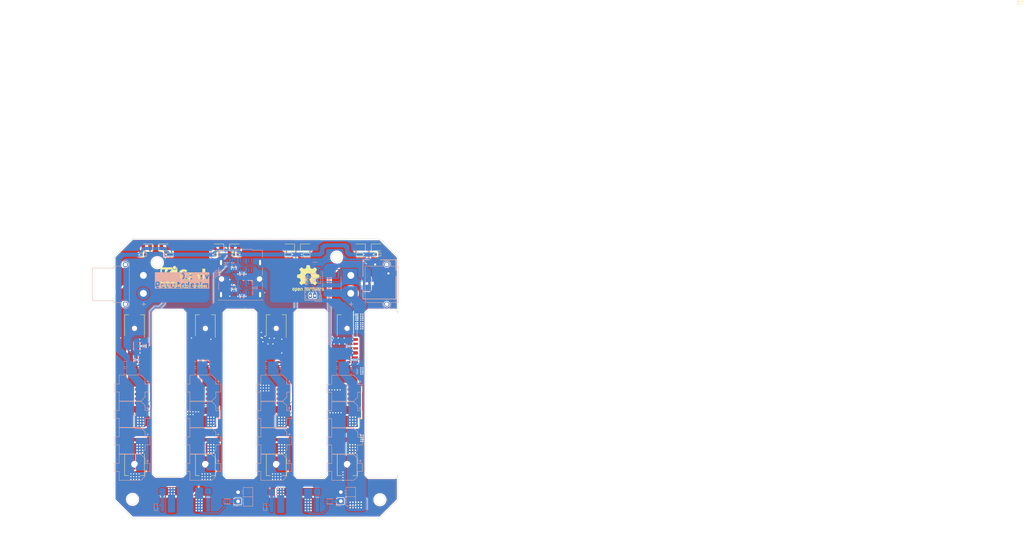
<source format=kicad_pcb>
(kicad_pcb (version 20221018) (generator pcbnew)
  (title_block (date "2023-09-28") (rev "0.3"))
  (layers (0 "F.Cu" mixed) (31 "B.Cu" signal) (34 "B.Paste" user) (35 "F.Paste" user) (36 "B.SilkS" user "B.Silkscreen") (37 "F.SilkS" user "F.Silkscreen") (38 "B.Mask" user) (39 "F.Mask" user) (44 "Edge.Cuts" user))
  (net 0 "")
  (net 1 "GND")
  (net 2 "+12V")
  (net 3 "/DAS1")
  (net 4 "/HOT1")
  (net 5 "/HOT2")
  (net 6 "/DAS2")
  (net 7 "/HOT3")
  (net 8 "/DAS3")
  (net 9 "/HOT4")
  (net 11 "/DAS4")
  (net 14 "1A+")
  (net 15 "1A-")
  (net 16 "1B-")
  (net 17 "2B+")
  (net 18 "2B-")
  (net 19 "2A-")
  (net 20 "2A+")
  (net 21 "4B+")
  (net 22 "4B-")
  (net 23 "4A-")
  (net 24 "4A+")
  (net 25 "1B+")
  (net 33 "3B+")
  (net 34 "3B-")
  (net 39 "3A+")
  (net 40 "3A-")
  (net 47 "Net-(U1-ADJ)")
  (net 48 "Net-(U2-ADJ)")
  (net 49 "vout1")
  (net 50 "vout2")
  (net 53 "Net-(D1-A)")
  (net 54 "Net-(D2-A)")
  (net 55 "Net-(D3-A)")
  (net 56 "Net-(D4-A)")
  (net 57 "Net-(D5-A)")
  (net 58 "Net-(D6-A)")
  (net 59 "Net-(D7-A)")
  (net 60 "Net-(D8-A)")
  (net 61 "Gate")
  (net 62 "B")
  (net 63 "SWITCH")
  (net 64 "DCIN")
  (net 65 "fan1")
  (net 66 "fan2")
  (footprint "LED_SMD:LED_0805_2012Metric" (layer "F.Cu") (at 198.849 27.4113 180)
    (fp_text reference "D8" hide)
    (fp_text value "LED")
  )
  (footprint "LED_SMD:LED_0805_2012Metric" (layer "F.Cu") (at 179.149 27.4113 180)
    (fp_text reference "D6" hide)
    (fp_text value "LED")
  )
  (footprint "PCM_4ms_Resistor:R_0402" (layer "F.Cu") (at 185.6232 29.4132)
    (fp_text reference "R7" hide)
    (fp_text value "2k" hide)
  )
  (footprint "PCM_4ms_Resistor:R_0402" (layer "F.Cu") (at 203.9112 29.4132 180)
    (fp_text reference "R9" hide)
    (fp_text value "2k" hide)
  )
  (footprint "Symbol:KiCad-Logo2_5mm_SilkScreen" (layer "F.Cu") (at 189.23 35.56)
    (fp_text reference "REF**" hide)
    (fp_text value "KiCad-Logo2_5mm_SilkScreen" hide)
  )
  (footprint "PCM_4ms_Resistor:R_0402" (layer "F.Cu") (at 218.4654 29.3878 180)
    (fp_text reference "R6" hide)
    (fp_text value "2k" hide)
  )
  (footprint "Connector_SATA_SAS:SATA 29pin smd" (layer "F.Cu") (at 175.7617 49.9453 -90)
    (fp_text reference "J4" hide)
    (fp_text value "SATA硬盘插头")
  )
  (footprint "LED_SMD:LED_0805_2012Metric" (layer "F.Cu") (at 184.149 27.4113)
    (fp_text reference "D5" hide)
    (fp_text value "LED")
  )
  (footprint "Connector_SATA_SAS:SATA 29pin smd" (layer "F.Cu") (at 234.8547 49.9453 -90)
    (fp_text reference "J1" hide)
    (fp_text value "SATA硬盘插头")
  )
  (footprint "Connector_SATA_SAS:SATA 29pin smd" (layer "F.Cu") (at 215.1547 49.9453 -90)
    (fp_text reference "J2" hide)
    (fp_text value "SATA硬盘插头")
  )
  (footprint "PCM_4ms_Resistor:R_0402" (layer "F.Cu") (at 243.332 29.3878)
    (fp_text reference "Re" hide)
    (fp_text value "2k" hide)
  )
  (footprint "PCM_4ms_Resistor:R_0402" (layer "F.Cu") (at 198.7804 29.4132)
    (fp_text reference "Re" hide)
    (fp_text value "2k" hide)
  )
  (footprint "LED_SMD:LED_0805_2012Metric" (layer "F.Cu") (at 243.249 27.4113)
    (fp_text reference "D2" hide)
    (fp_text value "LED" hide)
  )
  (footprint "LED_SMD:LED_0805_2012Metric" (layer "F.Cu") (at 223.549 27.4113)
    (fp_text reference "D3" hide)
    (fp_text value "LED" hide)
  )
  (footprint "Symbol:OSHW-Logo2_9.8x8mm_SilkScreen" (layer "F.Cu") (at 224.028 36.068)
    (fp_text reference "REF**" hide)
    (fp_text value "OSHW-Logo2_9.8x8mm_SilkScreen" hide)
  )
  (footprint "LED_SMD:LED_0805_2012Metric" (layer "F.Cu") (at 218.549 27.4113 180)
    (fp_text reference "D4" hide)
    (fp_text value "LED" hide)
  )
  (footprint "Connector_SATA_SAS:SATA 29pin smd" (layer "F.Cu") (at 195.4547 49.9453 -90)
    (fp_text reference "J6" hide)
    (fp_text value "SATA硬盘插头")
  )
  (footprint "PCM_4ms_Resistor:R_0402" (layer "F.Cu") (at 223.6216 29.3878)
    (fp_text reference "R5" hide)
    (fp_text value "2k" hide)
  )
  (footprint "LED_SMD:LED_0805_2012Metric" (layer "F.Cu") (at 203.849 27.4113)
    (fp_text reference "D7")
    (fp_text value "LED" hide)
  )
  (footprint "LED_SMD:LED_0805_2012Metric" (layer "F.Cu") (at 238.249 27.4113 180)
    (fp_text reference "D1" hide)
    (fp_text value "LED")
  )
  (footprint "PCM_4ms_Resistor:R_0402" (layer "F.Cu") (at 178.181 29.4386)
    (fp_text reference "R8" hide)
    (fp_text value "2k" hide)
  )
  (footprint "PCM_4ms_Resistor:R_0402" (layer "F.Cu") (at 238.34 29.3878 180)
    (fp_text reference "R2" hide)
    (fp_text value "2k" hide)
  )
  (footprint "PCM_Capacitor_SMD_AKL:CP_Elec_6.3x5.3" (layer "B.Cu") (at 194.7672 88.6206 180)
    (fp_text reference "C35" hide)
    (fp_text value "22uF" hide)
  )
  (footprint "Package_SO:SOP-8_3.9x4.9mm_P1.27mm" (layer "B.Cu") (at 230.6066 37.465 -90)
    (fp_text reference "REF**" hide)
    (fp_text value "SOP-8_3.9x4.9mm_P1.27mm")
  )
  (footprint "Capacitor_SMD:C_0805_2012Metric_Pad1.18x1.45mm_HandSolder" (layer "B.Cu") (at 212.4202 61.8998)
    (fp_text reference "C22" hide)
    (fp_text value "1uF")
  )
  (footprint "PCM_4ms_Resistor:R_0603" (layer "B.Cu") (at 230.0986 98.0694 180)
    (fp_text reference "R5" hide)
    (fp_text value "2k" hide)
  )
  (footprint "PCM_Capacitor_SMD_AKL:CP_Elec_6.3x5.3" (layer "B.Cu") (at 194.7672 73.914 180)
    (fp_text reference "C36" hide)
    (fp_text value "22uF" hide)
  )
  (footprint "PCM_Capacitor_SMD_AKL:CP_Elec_6.3x5.4" (layer "B.Cu") (at 234.1626 66.5988 180)
    (fp_text reference "C6" hide)
    (fp_text value "270uF" hide)
  )
  (footprint "Connector_SATA_SAS:AMPHENOL_G40H2132212HR" (layer "B.Cu") (at 205.232 35.56 180)
    (fp_text reference "J3" hide)
    (fp_text value "G40H2132212HR")
  )
  (footprint "Capacitor_SMD:C_0805_2012Metric_Pad1.18x1.45mm_HandSolder" (layer "B.Cu") (at 212.4241 59.8678)
    (fp_text reference "C14" hide)
    (fp_text value "220uF")
  )
  (footprint "PCM_4ms_Resistor:R_0402" (layer "B.Cu") (at 224.7392 36.4744 -90)
    (fp_text reference "200R")
    (fp_text value "200R")
  )
  (footprint "Capacitor_SMD:C_0805_2012Metric_Pad1.18x1.45mm_HandSolder" (layer "B.Cu") (at 176.8348 59.8678 180)
    (fp_text reference "C20" hide)
    (fp_text value "1uF")
  )
  (footprint "Capacitor_SMD:C_0805_2012Metric_Pad1.18x1.45mm_HandSolder" (layer "B.Cu") (at 232.1052 61.9126)
    (fp_text reference "C24" hide)
    (fp_text value "1uF")
  )
  (footprint "PCM_Capacitor_SMD_AKL:CP_Elec_6.3x5.4" (layer "B.Cu") (at 234.188 81.28 180)
    (fp_text reference "C5" hide)
    (fp_text value "270uF" hide)
  )
  (footprint "PCM_Capacitor_SMD_AKL:CP_Elec_6.3x5.3" (layer "B.Cu") (at 234.1626 73.9394 180)
    (fp_text reference "C38" hide)
    (fp_text value "22uF" hide)
  )
  (footprint "PCM_Capacitor_SMD_AKL:CP_Elec_6.3x5.4" (layer "B.Cu") (at 194.7672 81.2546 180)
    (fp_text reference "C3" hide)
    (fp_text value "270uF" hide)
  )
  (footprint "PCM_4ms_Resistor:R_0603" (layer "B.Cu") (at 201.5744 98.0694 180)
    (fp_text reference "R5" hide)
    (fp_text value "2k" hide)
  )
  (footprint "Connector_PinHeader_2.54mm:PinHeader_1x02_P2.54mm_Horizontal" (layer "B.Cu") (at 233.0958 98.0186)
    (fp_text reference "J9" hide)
    (fp_text value "fan1" hide)
  )
  (footprint "PCM_4ms_Resistor:R_0402" (layer "B.Cu") (at 212.0392 99.695 -90)
    (fp_text reference "R4" hide)
    (fp_text value "100R 1%")
  )
  (footprint "Capacitor_SMD:C_0805_2012Metric_Pad1.18x1.45mm_HandSolder" (layer "B.Cu") (at 232.1052 59.8932)
    (fp_text reference "C16" hide)
    (fp_text value "220uF")
  )
  (footprint "Capacitor_SMD:C_0805_2012Metric_Pad1.18x1.45mm_HandSolder" (layer "B.Cu") (at 235.9367 59.8806 180)
    (fp_text reference "C48" hide)
    (fp_text value "100uF")
  )
  (footprint "PCM_Capacitor_SMD_AKL:CP_Elec_6.3x5.4" (layer "B.Cu") (at 214.4776 66.5734 180)
    (fp_text reference "C8" hide)
    (fp_text value "270uF" hide)
  )
  (footprint "Converter_DCDC:ZXDN10" (layer "B.Cu") (at 196.215 98.961956 180)
    (fp_text reference "U1" hide)
    (fp_text value "ZXDN10" hide)
  )
  (footprint "PCM_4ms_Resistor:R_0402" (layer "B.Cu") (at 181.7116 99.695 -90)
    (fp_text reference "R1" hide)
    (fp_text value "100R 1%")
  )
  (footprint "Capacitor_SMD:C_0805_2012Metric_Pad1.18x1.45mm_HandSolder" (layer "B.Cu") (at 192.7098 59.8678)
    (fp_text reference "C42" hide)
    (fp_text value "100uF")
  )
  (footprint "Connector_AMASS:AMASS_XT30PW-M_1x02_P2.50mm_Horizontal" (layer "B.Cu") (at 235.872 35.2072 90)
    (fp_text reference "J8" hide)
    (fp_text value "XT30PW-M")
  )
  (footprint "Capacitor_SMD:C_0805_2012Metric_Pad1.18x1.45mm_HandSolder" (layer "B.Cu") (at 173.0248 59.8678)
    (fp_text reference "C44" hide)
    (fp_text value "100uF")
  )
  (footprint "Connector:DC socket 5.5mm" (layer "B.Cu") (at 243.84 37.465)
    (property "VALUE" "694108402002")
    (fp_text reference "J11" hide)
    (fp_text value "dc 5.5mm")
    (fp_line (start -3.9 -1.35) (end -3.9 1.35) (stroke (width 0.01)) (layer "Edge.Cuts"))
    (fp_line (start -3.1 1.35) (end -3.1 -1.35) (stroke (width 0.01)) (layer "Edge.Cuts"))
    (fp_line (start -2.2 -5) (end -0.2 -5) (stroke (width 0.01)) (layer "Edge.Cuts"))
    (fp_line (start -0.2 -5.6) (end -2.2 -5.6) (stroke (width 0.01)) (layer "Edge.Cuts"))
    (fp_line (start 1.4 -2.5) (end 3.6 -2.5) (stroke (width 0.01)) (layer "Edge.Cuts"))
    (fp_line (start 3.6 -3.1) (end 1.4 -3.1) (stroke (width 0.01)) (layer "Edge.Cuts"))
    (fp_arc (start -3.9 -1.35) (mid -3.5 -1.75) (end -3.1 -1.35) (stroke (width 0.01)) (layer "Edge.Cuts"))
    (fp_arc (start -3.1 1.35) (mid -3.5 1.75) (end -3.9 1.35) (stroke (width 0.01)) (layer "Edge.Cuts"))
    (fp_arc (start -2.2 -5) (mid -2.5 -5.3) (end -2.2 -5.6) (stroke (width 0.01)) (layer "Edge.Cuts"))
    (fp_arc (start -0.2 -5.6) (mid 0.1 -5.3) (end -0.2 -5) (stroke (width 0.01)) (layer "Edge.Cuts"))
    (fp_arc (start 1.4 -2.5) (mid 1.1 -2.8) (end 1.4 -3.1) (stroke (width 0.01)) (layer "Edge.Cuts"))
    (fp_arc (start 3.6 -3.1) (mid 3.9 -2.8) (end 3.6 -2.5) (stroke (width 0.01)) (layer "Edge.Cuts"))
  )
  (footprint "Capacitor_SMD:C_0805_2012Metric_Pad1.18x1.45mm_HandSolder" (layer "B.Cu") (at 176.8348 61.8744 180)
    (fp_text reference "C12" hide)
    (fp_text value "220uF")
  )
  (footprint "Connector_AMASS:AMASS_XT30PW-F_1x02_P2.50mm_Horizontal" (layer "B.Cu") (at 178.228 35.2072 -90)
    (fp_text reference "J7" hide)
    (fp_text value "XT30PW-M")
  )
  (footprint "Connector_PinHeader_2.54mm:PinHeader_1x02_P2.54mm_Horizontal" (layer "B.Cu") (at 204.5462 98.0694)
    (fp_text reference "J10" hide)
    (fp_text value "fan2")
  )
  (footprint "PCM_Capacitor_SMD_AKL:CP_Elec_6.3x5.3" (layer "B.Cu") (at 214.4776 88.6206 180)
    (fp_text reference "C39" hide)
    (fp_text value "22uF" hide)
  )
  (footprint "Capacitor_SMD:C_0805_2012Metric_Pad1.18x1.45mm_HandSolder" (layer "B.Cu") (at 196.5198 61.8744 180)
    (fp_text reference "C26" hide)
    (fp_text value "100nF")
  )
  (footprint "PCM_Capacitor_SMD_AKL:CP_Elec_6.3x5.4" (layer "B.Cu") (at 214.495924 81.2546 180)
    (fp_text reference "C7" hide)
    (fp_text value "270uF" hide)
  )
  (footprint "Capacitor_SMD:C_0805_2012Metric_Pad1.18x1.45mm_HandSolder" (layer "B.Cu") (at 216.2302 61.8998 180)
    (fp_text reference "C46" hide)
    (fp_text value "100uF")
  )
  (footprint "PCM_Capacitor_SMD_AKL:CP_Elec_6.3x5.3" (layer "B.Cu") (at 214.4776 73.914 180)
    (fp_text reference "C40" hide)
    (fp_text value "22uF" hide)
  )
  (footprint "PCM_Capacitor_SMD_AKL:CP_Elec_6.3x5.3" (layer "B.Cu") (at 234.188 88.6206 180)
    (fp_text reference "C37" hide)
    (fp_text value "22uF" hide)
  )
  (footprint "PCM_Capacitor_SMD_AKL:CP_Elec_6.3x5.4" (layer "B.Cu") (at 194.7672 66.548 180)
    (fp_text reference "C4" hide)
    (fp_text value "270uF" hide)
  )
  (footprint "Package_TO_SOT_SMD:SOT-23" (layer "B.Cu") (at 225.9076 33.0962)
    (fp_text reference "REF**" hide)
    (fp_text value "SOT-23" hide)
  )
  (footprint "Converter_DCDC:ZXDN10" (layer "B.Cu") (at 226.568 99.088956 180)
    (fp_text reference "U2" hide)
    (fp_text value "ZXDN10" hide)
  )
  (footprint "PCM_Capacitor_SMD_AKL:CP_Elec_6.3x5.3" (layer "B.Cu") (at 175.0822 88.6206 180)
    (fp_text reference "C33" hide)
    (fp_text value "22uF" hide)
  )
  (footprint "Capacitor_SMD:C_0805_2012Metric_Pad1.18x1.45mm_HandSolder" (layer "B.Cu") (at 173.0248 61.8744)
    (fp_text reference "C28" hide)
    (fp_text value "100nF")
  )
  (footprint "Capacitor_SMD:C_0805_2012Metric_Pad1.18x1.45mm_HandSolder" (layer "B.Cu") (at 235.9367 61.9126 180)
    (fp_text reference "C32" hide)
    (fp_text value "100nF")
  )
  (footprint "PCM_4ms_Resistor:R_0402" (layer "B.Cu") (at 227.076 36.4862 -90)
    (fp_text reference "4K")
    (fp_text value "4k")
  )
  (footprint "PCM_Capacitor_SMD_AKL:CP_Elec_6.3x5.4" (layer "B.Cu") (at 175.1076 81.2292 180)
    (fp_text reference "C1" hide)
    (fp_text value "270uF" hide)
  )
  (footprint "Capacitor_SMD:C_0805_2012Metric_Pad1.18x1.45mm_HandSolder" (layer "B.Cu") (at 196.5198 59.8678 180)
    (fp_text reference "C10" hide)
    (fp_text value "220uF")
  )
  (footprint "PCM_Capacitor_SMD_AKL:CP_Elec_6.3x5.4" (layer "B.Cu") (at 175.0822 66.548 180)
    (fp_text reference "C2" hide)
    (fp_text value "270uF" hide)
  )
  (footprint "PCM_Capacitor_SMD_AKL:CP_Elec_6.3x5.3" (layer "B.Cu") (at 175.0822 73.8886 180)
    (fp_text reference "C34" hide)
    (fp_text value "22uF" hide)
  )
  (footprint "Capacitor_SMD:C_0805_2012Metric_Pad1.18x1.45mm_HandSolder" (layer "B.Cu") (at 216.2302 59.8678 180)
    (fp_text reference "C30" hide)
    (fp_text value "100nF")
  )
  (footprint "Capacitor_SMD:C_0805_2012Metric_Pad1.18x1.45mm_HandSolder" (layer "B.Cu") (at 192.7098 61.8744)
    (fp_text reference "C18" hide)
    (fp_text value "1uF")
  )
  (footprint "Connector_Hirose:Hirose_DF13-02P-1.25DSA_1x02_P1.25mm_Vertical" (layer "B.Cu") (at 225.8722 40.8606 180)
    (fp_text reference "REF**" hide)
    (fp_text value "Hirose_DF13-02P-1.25DSA_1x02_P1.25mm_Vertical")
  )
  (gr_line locked (start 181.6715 44.7573) (end 189.105815 44.7573) (stroke (width 0.1)) (layer "Edge.Cuts"))
  (gr_line locked (start 220.2715 45.5573) (end 221.0715 44.7573) (stroke (width 0.1)) (layer "Edge.Cuts"))
  (gr_line locked (start 170.1785 97.6122) (end 175.1785 102.6122) (stroke (width 0.1)) (layer "Edge.Cuts"))
  (gr_line (start 180.8785 45.5573) (end 181.6715 44.7573) (stroke (width 0.1)) (layer "Edge.Cuts"))
  (gr_line locked (start 228.4715 91.5573) (end 221.0715 91.557301) (stroke (width 0.1)) (layer "Edge.Cuts"))
  (gr_line locked (start 228.505815 44.7573) (end 229.2715 45.5573) (stroke (width 0.1)) (layer "Edge.Cuts"))
  (gr_circle locked (center 175.2085 97.5053) (end 176.7085 97.5053) (stroke (width 0.1)) (fill none) (layer "Edge.Cuts"))
  (gr_line locked (start 248.9708 90.7573) (end 248.9708 97.6122) (stroke (width 0.1)) (layer "Edge.Cuts"))
  (gr_line locked (start 180.8785 90.391301) (end 181.6785 91.191301) (stroke (width 0.1)) (layer "Edge.Cuts"))
  (gr_line locked (start 200.5715 90.757301) (end 201.3715 91.557301) (stroke (width 0.1)) (layer "Edge.Cuts"))
  (gr_line locked (start 208.805815 44.7573) (end 209.5715 45.5573) (stroke (width 0.1)) (layer "Edge.Cuts"))
  (gr_circle (center 182.0926 31.6484) (end 183.5926 31.6484) (stroke (width 0.1)) (fill none) (layer "Edge.Cuts"))
  (gr_line locked (start 180.8785 45.5573) (end 180.8785 90.391301) (stroke (width 0.1)) (layer "Edge.Cuts"))
  (gr_line locked (start 248.967 30.0952) (end 243.967 25.0952) (stroke (width 0.1)) (layer "Edge.Cuts"))
  (gr_line locked (start 172.1085 102.5113) (end 172.1085 102.5113) (stroke (width 0.1)) (layer "Edge.Cuts"))
  (gr_line locked (start 248.205815 44.7573) (end 248.9715 45.5573) (stroke (width 0.1)) (layer "Edge.Cuts"))
  (gr_line locked (start 248.1715 91.5573) (end 240.7715 91.557301) (stroke (width 0.1)) (layer "Edge.Cuts"))
  (gr_line locked (start 240.7715 44.7573) (end 248.205815 44.7573) (stroke (width 0.1)) (layer "Edge.Cuts"))
  (gr_line locked (start 201.3715 44.7573) (end 208.805815 44.7573) (stroke (width 0.1)) (layer "Edge.Cuts"))
  (gr_line locked (start 208.7715 91.5573) (end 201.3715 91.557301) (stroke (width 0.1)) (layer "Edge.Cuts"))
  (gr_line locked (start 229.2715 90.7573) (end 228.4715 91.5573) (stroke (width 0.1)) (layer "Edge.Cuts"))
  (gr_line locked (start 220.2715 45.5573) (end 220.2715 90.757301) (stroke (width 0.1)) (layer "Edge.Cuts"))
  (gr_line locked (start 221.0715 44.7573) (end 228.505815 44.7573) (stroke (width 0.1)) (layer "Edge.Cuts"))
  (gr_line locked (start 220.2715 90.757301) (end 221.0715 91.557301) (stroke (width 0.1)) (layer "Edge.Cuts"))
  (gr_line locked (start 175.1785 25.0113) (end 243.967 25.0952) (stroke (width 0.1)) (layer "Edge.Cuts"))
  (gr_line locked (start 200.5715 45.5573) (end 200.57155 90.757301) (stroke (width 0.1)) (layer "Edge.Cuts"))
  (gr_line locked (start 248.9715 45.5573) (end 248.967 30.0952) (stroke (width 0.1)) (layer "Edge.Cuts"))
  (gr_line locked (start 189.8715 90.3913) (end 189.8715 45.5573) (stroke (width 0.1)) (layer "Edge.Cuts"))
  (gr_line locked (start 209.5715 90.7573) (end 209.5715 45.5573) (stroke (width 0.1)) (layer "Edge.Cuts"))
  (gr_line locked (start 209.5715 90.7573) (end 208.7715 91.5573) (stroke (width 0.1)) (layer "Edge.Cuts"))
  (gr_line locked (start 170.1785 97.6122) (end 170.1785 30.0113) (stroke (width 0.1)) (layer "Edge.Cuts"))
  (gr_circle locked (center 231.9528 30.099) (end 233.4528 30.099) (stroke (width 0.1)) (fill none) (layer "Edge.Cuts"))
  (gr_line locked (start 189.0785 91.1913) (end 181.6785 91.191301) (stroke (width 0.1)) (layer "Edge.Cuts"))
  (gr_line locked (start 189.105815 44.7573) (end 189.8715 45.5573) (stroke (width 0.1)) (layer "Edge.Cuts"))
  (gr_line locked (start 239.9715 90.757301) (end 240.7715 91.557301) (stroke (width 0.1)) (layer "Edge.Cuts"))
  (gr_line locked (start 248.9708 97.6122) (end 243.9708 102.6122) (stroke (width 0.1)) (layer "Edge.Cuts"))
  (gr_line locked (start 175.1785 102.6122) (end 243.9708 102.6122) (stroke (width 0.1)) (layer "Edge.Cuts"))
  (gr_line locked (start 239.9715 45.5573) (end 239.9715 90.757301) (stroke (width 0.1)) (layer "Edge.Cuts"))
  (gr_line locked (start 239.9715 45.5573) (end 240.7715 44.7573) (stroke (width 0.1)) (layer "Edge.Cuts"))
  (gr_line locked (start 189.8785 90.3913) (end 189.0785 91.1913) (stroke (width 0.1)) (layer "Edge.Cuts"))
  (gr_line locked (start 248.9715 90.7573) (end 248.1715 91.5573) (stroke (width 0.1)) (layer "Edge.Cuts"))
  (gr_line locked (start 200.5715 45.5573) (end 201.3715 44.7573) (stroke (width 0.1)) (layer "Edge.Cuts"))
  (gr_line locked (start 175.1785 25.0113) (end 170.1785 30.0113) (stroke (width 0.1)) (layer "Edge.Cuts"))
  (gr_circle locked (center 243.967 97.6122) (end 245.467 97.6122) (stroke (width 0.1)) (fill none) (layer "Edge.Cuts"))
  (gr_line locked (start 229.2715 90.7573) (end 229.2715 45.5573) (stroke (width 0.1)) (layer "Edge.Cuts"))
  (gr_text "ver 1.0\nmisaka10039" (at 196.6468 38.7604) (layer "B.SilkS" knockout) (effects (font (size 1.5 1.5) (thickness 0.3) bold) (justify left bottom mirror)))
  (segment (start 204.482 32.4732) (end 203.835 31.8262) (width 0.15) (layer "F.Cu") (net 1))
  (segment (start 204.482 34.8488) (end 204.482 34.893256) (width 0.15) (layer "F.Cu") (net 1))
  (segment (start 216.6874 52.959) (end 216.6811 52.9653) (width 0.15) (layer "F.Cu") (net 1))
  (segment (start 213.043136 51.69528) (end 218.529536 51.69528) (width 0.15) (layer "F.Cu") (net 1))
  (segment (start 200.146512 55.9816) (end 199.352812 56.7753) (width 0.15) (layer "F.Cu") (net 1))
  (segment (start 211.625764 55.27042) (end 214.32522 55.27042) (width 0.15) (layer "F.Cu") (net 1))
  (segment (start 206.00931 42.027048) (end 206.00931 42.299254) (width 0.15) (layer "F.Cu") (net 1))
  (segment (start 198.7233 52.9653) (end 196.9787 52.9653) (width 0.15) (layer "F.Cu") (net 1))
  (segment (start 201.66972 43.85804) (end 200.94508 44.58268) (width 0.15) (layer "F.Cu") (net 1))
  (segment (start 208.81968 42.97673) (end 209.328103 43.485153) (width 0.15) (layer "F.Cu") (net 1))
  (segment (start 209.61992 36.511864) (end 209.61992 42.645258) (width 0.15) (layer "F.Cu") (net 1))
  (segment (start 206.8669 44.3323) (end 208.987166 44.3323) (width 0.15) (layer "F.Cu") (net 1))
  (segment (start 214.32522 55.27042) (end 215.8301 56.7753) (width 0.15) (layer "F.Cu") (net 1))
  (segment (start 201.195459 44.3323) (end 200.94508 44.58268) (width 0.15) (layer "F.Cu") (net 1))
  (segment (start 204.47 41.021) (end 205.200179 41.751179) (width 0.15) (layer "F.Cu") (net 1))
  (segment (start 195.14192 53.34628) (end 195.5229 52.9653) (width 0.15) (layer "F.Cu") (net 1))
  (segment (start 205.200179 41.751179) (end 205.200179 42.665579) (width 0.15) (layer "F.Cu") (net 1))
  (segment (start 203.835 31.8262) (end 200.779944 31.8262) (width 0.15) (layer "F.Cu") (net 1))
  (segment (start 195.3514 60.6044) (end 196.5198 60.6044) (width 0.15) (layer "F.Cu") (net 1))
  (segment (start 208.674336 35.56628) (end 209.61992 36.511864) (width 0.15) (layer "F.Cu") (net 1))
  (segment (start 195.3787 56.7753) (end 195.14192 56.53852) (width 0.15) (layer "F.Cu") (net 1))
  (segment (start 202.2348 40.9956) (end 202.057 40.9956) (width 0.15) (layer "F.Cu") (net 1))
  (segment (start 219.21434 59.19966) (end 217.8287 60.5853) (width 0.15) (layer "F.Cu") (net 1))
  (segment (start 200.94508 44.58268) (end 200.1465 45.38126) (width 0.15) (layer "F.Cu") (net 1))
  (segment (start 204.482 34.893256) (end 205.955264 36.36652) (width 0.15) (layer "F.Cu") (net 1))
  (segment (start 206.00931 42.299254) (end 207.194856 43.4848) (width 0.15) (layer "F.Cu") (net 1))
  (segment (start 195.5229 52.9653) (end 196.9787 52.9653) (width 0.15) (layer "F.Cu") (net 1))
  (segment (start 194.34168 59.59468) (end 195.3514 60.6044) (width 0.15) (layer "F.Cu") (net 1))
  (segment (start 217.8287 60.5853) (end 216.6787 60.5853) (width 0.15) (layer "F.Cu") (net 1))
  (segment (start 206.732 35.1296) (end 207.16868 35.56628) (width 0.15) (layer "F.Cu") (net 1))
  (segment (start 200.86948 38.83032) (end 200.86948 43.47852) (width 0.15) (layer "F.Cu") (net 1))
  (segment (start 218.2813 56.7753) (end 218.4146 56.642) (width 0.15) (layer "F.Cu") (net 1))
  (segment (start 216.6811 52.9653) (end 215.7947 52.9653) (width 0.15) (layer "F.Cu") (net 1))
  (segment (start 209.996 45.341134) (end 209.996 53.640656) (width 0.15) (layer "F.Cu") (net 1))
  (segment (start 209.996 53.640656) (end 211.625764 55.27042) (width 0.15) (layer "F.Cu") (net 1))
  (segment (start 195.515864 51.56828) (end 194.34168 52.742464) (width 0.15) (layer "F.Cu") (net 1))
  (segment (start 218.4146 56.642) (end 218.4146 53.1622) (width 0.15) (layer "F.Cu") (net 1))
  (segment (start 218.529536 51.69528) (end 219.21434 52.380084) (width 0.15) (layer "F.Cu") (net 1))
  (segment (start 200.779944 31.8262) (end 198.54702 34.059124) (width 0.15) (layer "F.Cu") (net 1))
  (segment (start 209.328456 43.4848) (end 210.79624 44.952584) (width 0.15) (layer "F.Cu") (net 1))
  (segment (start 205.200179 42.665579) (end 206.8669 44.3323) (width 0.15) (layer "F.Cu") (net 1))
  (segment (start 209.61992 42.645258) (end 211.59598 44.621318) (width 0.15) (layer "F.Cu") (net 1))
  (segment (start 215.8301 56.7753) (end 216.6787 56.7753) (width 0.15) (layer "F.Cu") (net 1))
  (segment (start 200.86948 43.47852) (end 199.34676 45.00124) (width 0.15) (layer "F.Cu") (net 1))
  (segment (start 210.79624 50.862232) (end 211.001306 51.067298) (width 0.15) (layer "F.Cu") (net 1))
  (segment (start 196.9787 56.7753) (end 195.3787 56.7753) (width 0.15) (layer "F.Cu") (net 1))
  (segment (start 218.4146 53.1622) (end 218.2177 52.9653) (width 0.15) (layer "F.Cu") (net 1))
  (segment (start 205.955264 36.36652) (end 208.342864 36.36652) (width 0.15) (layer "F.Cu") (net 1))
  (segment (start 202.2348 36.3982) (end 202.2348 37.465) (width 0.15) (layer "F.Cu") (net 1))
  (segment (start 199.34676 45.00124) (end 199.34676 52.34184) (width 0.15) (layer "F.Cu") (net 1))
  (segment (start 207.16868 35.56628) (end 208.674336 35.56628) (width 0.15) (layer "F.Cu") (net 1))
  (segment (start 194.34168 52.742464) (end 194.34168 59.59468) (width 0.15) (layer "F.Cu") (net 1))
  (segment (start 204.482 34.8488) (end 204.482 32.4732) (width 0.15) (layer "F.Cu") (net 1))
  (segment (start 207.194856 43.4848) (end 209.328456 43.4848) (width 0.15) (layer "F.Cu") (net 1))
  (segment (start 208.342864 36.36652) (end 208.81968 36.843336) (width 0.15) (layer "F.Cu") (net 1))
  (segment (start 206.732 34.8488) (end 206.732 35.1296) (width 0.15) (layer "F.Cu") (net 1))
  (segment (start 198.54702 50.72858) (end 197.70732 51.56828) (width 0.15) (layer "F.Cu") (net 1))
  (segment (start 216.6787 56.7753) (end 218.2813 56.7753) (width 0.15) (layer "F.Cu") (net 1))
  (segment (start 201.66972 41.38288) (end 201.66972 43.85804) (width 0.15) (layer "F.Cu") (net 1))
  (segment (start 199.352812 56.7753) (end 196.9787 56.7753) (width 0.15) (layer "F.Cu") (net 1))
  (segment (start 219.21434 52.380084) (end 219.21434 59.19966) (width 0.15) (layer "F.Cu") (net 1))
  (segment (start 198.54702 34.059124) (end 198.54702 50.72858) (width 0.15) (layer "F.Cu") (net 1))
  (segment (start 206.00712 42.024858) (end 206.00931 42.027048) (width 0.15) (layer "F.Cu") (net 1))
  (segment (start 211.59598 50.248124) (end 213.043136 51.69528) (width 0.15) (layer "F.Cu") (net 1))
  (segment (start 210.79624 44.952584) (end 210.79624 50.862232) (width 0.15) (layer "F.Cu") (net 1))
  (segment (start 206.00712 41.74588) (end 206.00712 42.024858) (width 0.15) (layer "F.Cu") (net 1))
  (segment (start 218.2177 52.9653) (end 216.6787 52.9653) (width 0.15) (layer "F.Cu") (net 1))
  (segment (start 197.70732 51.56828) (end 195.515864 51.56828) (width 0.15) (layer "F.Cu") (net 1))
  (segment (start 208.81968 36.843336) (end 208.81968 42.97673) (width 0.15) (layer "F.Cu") (net 1))
  (segment (start 211.59598 44.621318) (end 211.59598 50.248124) (width 0.15) (layer "F.Cu") (net 1))
  (segment (start 202.057 40.9956) (end 201.66972 41.38288) (width 0.15) (layer "F.Cu") (net 1))
  (segment (start 202.2348 37.465) (end 200.86948 38.83032) (width 0.15) (layer "F.Cu") (net 1))
  (segment (start 199.34676 52.34184) (end 198.7233 52.9653) (width 0.15) (layer "F.Cu") (net 1))
  (segment (start 208.987166 44.3323) (end 209.996 45.341134) (width 0.15) (layer "F.Cu") (net 1))
  (segment (start 200.1465 45.38126) (end 200.146512 55.9816) (width 0.15) (layer "F.Cu") (net 1))
  (segment (start 195.14192 56.53852) (end 195.14192 53.34628) (width 0.15) (layer "F.Cu") (net 1))
  (segment (start 206.732 41.021) (end 206.00712 41.74588) (width 0.15) (layer "F.Cu") (net 1))
  (via (at 216.2302 60.579) (size 0.55) (drill 0.35) (layers "F.Cu" "B.Cu") (net 1))
  (via (at 190.5 73.152) (size 0.55) (drill 0.35) (layers "F.Cu" "B.Cu") (net 1))
  (via (at 177.292 56.769) (size 0.55) (drill 0.35) (layers "F.Cu" "B.Cu") (net 1))
  (via (at 215.646 91.948) (size 0.55) (drill 0.35) (layers "F.Cu" "B.Cu") (net 1))
  (via (at 211.582 66.548) (size 0.55) (drill 0.35) (layers "F.Cu" "B.Cu") (net 1))
  (via (at 206.732 34.8488) (size 0.55) (drill 0.35) (layers "F.Cu" "B.Cu") (net 1))
  (via (at 196.85 90.424) (size 0.55) (drill 0.35) (layers "F.Cu" "B.Cu") (net 1))
  (via (at 234.2134 54.277079) (size 0.55) (drill 0.35) (layers "F.Cu" "B.Cu") (net 1))
  (via (at 236.3724 56.769) (size 0.55) (drill 0.35) (layers "F.Cu" "B.Cu") (net 1))
  (via (at 196.088 91.948) (size 0.55) (drill 0.35) (layers "F.Cu" "B.Cu") (net 1))
  (via (at 231.235726 54.277079) (size 0.55) (drill 0.35) (layers "F.Cu" "B.Cu") (net 1))
  (via (at 229.87 67.056) (size 0.55) (drill 0.35) (layers "F.Cu" "B.Cu") (net 1))
  (via (at 202.2348 36.3982) (size 0.55) (drill 0.35) (layers "F.Cu" "B.Cu") (net 1))
  (via (at 211.582 65.786) (size 0.55) (drill 0.35) (layers "F.Cu" "B.Cu") (net 1))
  (via (at 215.646 91.186) (size 0.55) (drill 0.35) (layers "F.Cu" "B.Cu") (net 1))
  (via (at 230.124 73.406) (size 0.55) (drill 0.35) (layers "F.Cu" "B.Cu") (net 1))
  (via (at 174.5742 56.0832) (size 0.55) (drill 0.35) (layers "F.Cu" "B.Cu") (net 1))
  (via (at 211.582 67.31) (size 0.55) (drill 0.35) (layers "F.Cu" "B.Cu") (net 1))
  (via (at 194.564 91.948) (size 0.55) (drill 0.35) (layers "F.Cu" "B.Cu") (net 1))
  (via (at 177.2158 52.9844) (size 0.55) (drill 0.35) (layers "F.Cu" "B.Cu") (net 1))
  (via (at 212.344 66.548) (size 0.55) (drill 0.35) (layers "F.Cu" "B.Cu") (net 1))
  (via (at 175.514 90.424) (size 0.55) (drill 0.35) (layers "F.Cu" "B.Cu") (net 1))
  (via (at 216.6874 56.7944) (size 0.55) (drill 0.35) (layers "F.Cu" "B.Cu") (net 1))
  (via (at 212.344 67.31) (size 0.55) (drill 0.35) (layers "F.Cu" "B.Cu") (net 1))
  (via (at 233.68 89.916) (size 0.55) (drill 0.35) (layers "F.Cu" "B.Cu") (net 1))
  (via (at 210.82 67.31) (size 0.55) (drill 0.35) (layers "F.Cu" "B.Cu") (net 1))
  (via (at 214.122 91.186) (size 0.55) (drill 0.35) (layers "F.Cu" "B.Cu") (net 1))
  (via (at 233.68 92.202) (size 0.55) (drill 0.35) (layers "F.Cu" "B.Cu") (net 1))
  (via (at 176.276 91.186) (size 0.55) (drill 0.35) (layers "F.Cu" "B.Cu") (net 1))
  (via (at 190.5 73.914) (size 0.55) (drill 0.35) (layers "F.Cu" "B.Cu") (net 1))
  (via (at 232.41 73.406) (size 0.55) (drill 0.35) (layers "F.Cu" "B.Cu") (net 1))
  (via (at 213.2838 52.69502) (size 0.55) (drill 0.35) (layers "F.Cu" "B.Cu") (net 1))
  (via (at 204.47 41.021) (size 0.55) (drill 0.35) (layers "F.Cu" "B.Cu") (net 1))
  (via (at 233.172 73.406) (size 0.55) (drill 0.35) (layers "F.Cu" "B.Cu") (net 1))
  (via (at 174.752 91.186) (size 0.55) (drill 0.35) (layers "F.Cu" "B.Cu") (net 1))
  (via (at 233.68 91.44) (size 0.55) (drill 0.35) (layers "F.Cu" "B.Cu") (net 1))
  (via (at 176.276 90.424) (size 0.55) (drill 0.35) (layers "F.Cu" "B.Cu") (net 1))
  (via (at 192.786 73.152) (size 0.55) (drill 0.35) (layers "F.Cu" "B.Cu") (net 1))
  (via (at 232.156 67.056) (size 0.55) (drill 0.35) (layers "F.Cu" "B.Cu") (net 1))
  (via (at 230.72362 52.2224) (size 0.55) (drill 0.35) (layers "F.Cu" "B.Cu") (net 1))
  (via (at 210.99574 52.451) (size 0.55) (drill 0.35) (layers "F.Cu" "B.Cu") (net 1))
  (via (at 232.6894 54.277079) (size 0.55) (drill 0.35) (layers "F.Cu" "B.Cu") (net 1))
  (via (at 216.408 91.186) (size 0.55) (drill 0.35) (layers "F.Cu" "B.Cu") (net 1))
  (via (at 216.408 90.424) (size 0.55) (drill 0.35) (layers "F.Cu" "B.Cu") (net 1))
  (via (at 195.326 91.186) (size 0.55) (drill 0.35) (layers "F.Cu" "B.Cu") (net 1))
  (via (at 215.646 90.424) (size 0.55) (drill 0.35) (layers "F.Cu" "B.Cu") (net 1))
  (via (at 192.024 73.152) (size 0.55) (drill 0.35) (layers "F.Cu" "B.Cu") (net 1))
  (via (at 216.408 91.948) (size 0.55) (drill 0.35) (layers "F.Cu" "B.Cu") (net 1))
  (via (at 231.648 73.406) (size 0.55) (drill 0.35) (layers "F.Cu" "B.Cu") (net 1))
  (via (at 196.9787 52.9653) (size 0.55) (drill 0.35) (layers "F.Cu" "B.Cu") (net 1))
  (via (at 191.262 73.152) (size 0.55) (drill 0.35) (layers "F.Cu" "B.Cu") (net 1))
  (via (at 232.918 67.056) (size 0.55) (drill 0.35) (layers "F.Cu" "B.Cu") (net 1))
  (via (at 193.548 73.152) (size 0.55) (drill 0.35) (layers "F.Cu" "B.Cu") (net 1))
  (via (at 177.038 90.424) (size 0.55) (drill 0.35) (layers "F.Cu" "B.Cu") (net 1))
  (via (at 196.85 91.186) (size 0.55) (drill 0.35) (layers "F.Cu" "B.Cu") (net 1))
  (via (at 176.276 91.948) (size 0.55) (drill 0.35) (layers "F.Cu" "B.Cu") (net 1))
  (via (at 191.262 73.914) (size 0.55) (drill 0.35) (layers "F.Cu" "B.Cu") (net 1))
  (via (at 213.106 65.786) (size 0.55) (drill 0.35) (layers "F.Cu" "B.Cu") (net 1))
  (via (at 214.122 90.424) (size 0.55) (drill 0.35) (layers "F.Cu" "B.Cu") (net 1))
  (via (at 177.038 91.948) (size 0.55) (drill 0.35) (layers "F.Cu" "B.Cu") (net 1))
  (via (at 210.82 66.548) (size 0.55) (drill 0.35) (layers "F.Cu" "B.Cu") (net 1))
  (via (at 210.82 65.786) (size 0.55) (drill 0.35) (layers "F.Cu" "B.Cu") (net 1))
  (via (at 194.564 91.186) (size 0.55) (drill 0.35) (layers "F.Cu" "B.Cu") (net 1))
  (via (at 175.514 91.948) (size 0.55) (drill 0.35) (layers "F.Cu" "B.Cu") (net 1))
  (via (at 230.632 67.056) (size 0.55) (drill 0.35) (layers "F.Cu" "B.Cu") (net 1))
  (via (at 211.447196 53.678004) (size 0.55) (drill 0.35) (layers "F.Cu" "B.Cu") (net 1))
  (via (at 195.326 90.424) (size 0.55) (drill 0.35) (layers "F.Cu" "B.Cu") (net 1))
  (via (at 196.088 90.424) (size 0.55) (drill 0.35) (layers "F.Cu" "B.Cu") (net 1))
  (via (at 214.884 90.424) (size 0.55) (drill 0.35) (layers "F.Cu" "B.Cu") (net 1))
  (via (at 216.6874 52.959) (size 0.55) (drill 0.35) (layers "F.Cu" "B.Cu") (net 1))
  (via (at 174.752 90.424) (size 0.55) (drill 0.35) (layers "F.Cu" "B.Cu") (net 1))
  (via (at 192.024 73.914) (size 0.55) (drill 0.35) (layers "F.Cu" "B.Cu") (net 1))
  (via (at 214.122 91.948) (size 0.55) (drill 0.35) (layers "F.Cu" "B.Cu") (net 1))
  (via (at 214.5792 52.69502) (size 0.55) (drill 0.35) (layers "F.Cu" "B.Cu") (net 1))
  (via (at 214.884 91.186) (size 0.55) (drill 0.35) (layers "F.Cu" "B.Cu") (net 1))
  (via (at 175.514 91.186) (size 0.55) (drill 0.35) (layers "F.Cu" "B.Cu") (net 1))
  (via (at 232.156 67.056) (size 0.55) (drill 0.35) (layers "F.Cu" "B.Cu") (net 1))
  (via (at 212.344 65.786) (size 0.55) (drill 0.35) (layers "F.Cu" "B.Cu") (net 1))
  (via (at 231.394 67.056) (size 0.55) (drill 0.35) (layers "F.Cu" "B.Cu") (net 1))
  (via (at 234.0356 52.61882) (size 0.55) (drill 0.35) (layers "F.Cu" "B.Cu") (net 1))
  (via (at 235.9406 60.579) (size 0.55) (drill 0.35) (layers "F.Cu" "B.Cu") (net 1))
  (via (at 195.326 91.948) (size 0.55) (drill 0.35) (layers "F.Cu" "B.Cu") (net 1))
  (via (at 230.886 73.406) (size 0.55) (drill 0.35) (layers "F.Cu" "B.Cu") (net 1))
  (via (at 196.85 91.948) (size 0.55) (drill 0.35) (layers "F.Cu" "B.Cu") (net 1))
  (via (at 194.564 90.424) (size 0.55) (drill 0.35) (layers "F.Cu" "B.Cu") (net 1))
  (via (at 230.72362 53.213) (size 0.55) (drill 0.35) (layers "F.Cu" "B.Cu") (net 1))
  (via (at 196.088 91.186) (size 0.55) (drill 0.35) (layers "F.Cu" "B.Cu") (net 1))
  (via (at 174.752 91.948) (size 0.55) (drill 0.35) (layers "F.Cu" "B.Cu") (net 1))
  (via (at 204.482 34.8488) (size 0.55) (drill 0.35) (layers "F.Cu" "B.Cu") (net 1))
  (via (at 202.2348 40.9956) (size 0.55) (drill 0.35) (layers "F.Cu" "B.Cu") (net 1))
  (via (at 177.038 91.186) (size 0.55) (drill 0.35) (layers "F.Cu" "B.Cu") (net 1))
  (via (at 214.884 91.948) (size 0.55) (drill 0.35) (layers "F.Cu" "B.Cu") (net 1))
  (via (at 212.072404 52.138396) (size 0.55) (drill 0.35) (layers "F.Cu" "B.Cu") (net 1))
  (via (at 232.3592 52.61882) (size 0.55) (drill 0.35) (layers "F.Cu" "B.Cu") (net 1))
  (via (at 206.732 41.021) (size 0.55) (drill 0.35) (layers "F.Cu" "B.Cu") (net 1))
  (via (at 176.8348 60.6044) (size 0.55) (drill 0.35) (layers "F.Cu" "B.Cu") (net 1))
  (via (at 196.5198 60.6044) (size 0.55) (drill 0.35) (layers "F.Cu" "B.Cu") (net 1))
  (via (at 213.106 67.31) (size 0.55) (drill 0.35) (layers "F.Cu" "B.Cu") (net 1))
  (via (at 214.249 54.27068) (size 0.55) (drill 0.35) (layers "F.Cu" "B.Cu") (net 1))
  (via (at 212.852 54.27068) (size 0.55) (drill 0.35) (layers "F.Cu" "B.Cu") (net 1))
  (via (at 236.3978 52.959) (size 0.55) (drill 0.35) (layers "F.Cu" "B.Cu") (net 1))
  (via (at 211.001306 51.067298) (size 0.55) (drill 0.35) (layers "F.Cu" "B.Cu") (net 1))
  (via (at 213.106 66.548) (size 0.55) (drill 0.35) (layers "F.Cu" "B.Cu") (net 1))
  (via (at 233.68 90.678) (size 0.55) (drill 0.35) (layers "F.Cu" "B.Cu") (net 1))
  (segment (start 202.232 34.22) (end 201.90674 34.54526) (width 0.15) (layer "B.Cu") (net 1))
  (segment (start 198.1454 42.545) (end 196.3581 44.3323) (width 0.15) (layer "B.Cu") (net 1))
  (segment (start 213.48072 42.207108) (end 214.006432 42.73282) (width 0.15) (layer "B.Cu") (net 1))
  (segment (start 202.232 40.025) (end 202.232 40.9928) (width 0.15) (layer "B.Cu") (net 1))
  (segment (start 207.0862 32.004) (end 209.582456 32.004) (width 0.15) (layer "B.Cu") (net 1))
  (segment (start 231.32386 44.689598) (end 231.32386 51.154604) (width 0.15) (layer "B.Cu") (net 1))
  (segment (start 180.4535 56.0967) (end 179.7812 56.769) (width 0.15) (layer "B.Cu") (net 1))
  (segment (start 204.482 31.845) (end 205.4792 32.8422) (width 0.15) (layer "B.Cu") (net 1))
  (segment (start 210.528536 32.95008) (end 212.357336 32.95008) (width 0.15) (layer "B.Cu") (net 1))
  (segment (start 198.391708 33.68668) (end 196.54592 35.532468) (width 0.15) (layer "B.Cu") (net 1))
  (segment (start 228.339129 44.328545) (end 228.691126 44.33626) (width 0.15) (layer "B.Cu") (net 1))
  (segment (start 201.90674 34.54526) (end 198.664134 34.54526) (width 0.15) (layer "B.Cu") (net 1))
  (segment (start 202.232 33.795) (end 202.232 34.22) (width 0.15) (layer "B.Cu") (net 1))
  (segment (start 236.9742 61.9126) (end 236.2074 61.9126) (width 0.25) (layer "B.Cu") (net 1))
  (segment (start 229.031413 43.528157) (end 217.072803 43.528157) (width 0.15) (layer "B.Cu") (net 1))
  (segment (start 198.664134 34.54526) (end 197.34566 35.863734) (width 0.15) (layer "B.Cu") (net 1))
  (segment (start 201.5118 35.345) (end 198.9954 35.345) (width 0.15) (layer "B.Cu") (net 1))
  (segment (start 181.495459 44.3323) (end 180.936381 44.891378) (width 0.15) (layer "B.Cu") (net 1))
  (segment (start 237.5617 59.8806) (end 236.9742 59.8806) (width 0.15) (layer "B.Cu") (net 1))
  (segment (start 197.34566 35.863734) (end 197.34566 42.213734) (width 0.15) (layer "B.Cu") (net 1))
  (segment (start 213.48072 34.073464) (end 213.48072 42.207108) (width 0.15) (layer "B.Cu") (net 1))
  (segment (start 211.111464 39.08432) (end 211.86768 39.840536) (width 0.15) (layer "B.Cu") (net 1))
  (segment (start 202.232 36.401) (end 202.2348 36.3982) (width 0.15) (layer "B.Cu") (net 1))
  (segment (start 196.54592 35.532468) (end 196.54592 41.882468) (width 0.15) (layer "B.Cu") (net 1))
  (segment (start 212.66792 42.525314) (end 212.66792 39.5478) (width 0.15) (layer "B.Cu") (net 1))
  (segment (start 206.732 41.021) (end 206.732 40.45) (width 0.15) (layer "B.Cu") (net 1))
  (segment (start 212.66792 34.392376) (end 212.66792 39.5478) (width 0.15) (layer "B.Cu") (net 1))
  (segment (start 206.732 31.6498) (end 207.0862 32.004) (width 0.15) (layer "B.Cu") (net 1))
  (segment (start 198.9954 35.345) (end 198.1454 36.195) (width 0.15) (layer "B.Cu") (net 1))
  (segment (start 202.232 31.095) (end 202.028787 31.298213) (width 0.15) (layer "B.Cu") (net 1))
  (segment (start 228.691126 44.33626) (end 229.186682 44.854025) (width 0.15) (layer "B.Cu") (net 1))
  (segment (start 229.700255 45.367598) (end 229.700255 45.390614) (width 0.15) (layer "B.Cu") (net 1))
  (segment (start 228.335206 44.3323) (end 228.339129 44.328545) (width 0.15) (layer "B.Cu") (net 1))
  (segment (start 190.75352 43.53208) (end 181.163997 43.53208) (width 0.15) (layer "B.Cu") (net 1))
  (segment (start 215.1888 42.73282) (end 215.193683 42.727937) (width 0.15) (layer "B.Cu") (net 1))
  (segment (start 213.675166 43.53256) (end 212.66792 42.525314) (width 0.15) (layer "B.Cu") (net 1))
  (segment (start 229.700255 45.390614) (end 229.6965 45.394369) (width 0.15) (layer "B.Cu") (net 1))
  (segment (start 180.936381 44.895208) (end 180.4535 45.378089) (width 0.15) (layer "B.Cu") (net 1))
  (segment (start 238.189136 51.61908) (end 238.85532 52.285264) (width 0.15) (layer "B.Cu") (net 1))
  (segment (start 206.732 37.325) (end 206.732 38.203) (width 0.15) (layer "B.Cu") (net 1))
  (segment (start 175.9712 52.9844) (end 177.2158 52.9844) (width 0.15) (layer "B.Cu") (net 1))
  (segment (start 175.6156 53.34) (end 175.9712 52.9844) (width 0.15) (layer "B.Cu") (net 1))
  (segment (start 217.0684 43.53256) (end 213.675166 43.53256) (width 0.15) (layer "B.Cu") (net 1))
  (segment (start 206.732 31.095) (end 206.732 31.6498) (width 0.15) (layer "B.Cu") (net 1))
  (segment (start 231.788336 51.61908) (end 238.189136 51.61908) (width 0.15) (layer "B.Cu") (net 1))
  (segment (start 229.186682 44.854025) (end 229.700255 45.367598) (width 0.15) (layer "B.Cu") (net 1))
  (segment (start 214.006432 42.73282) (end 215.1888 42.73282) (width 0.15) (layer "B.Cu") (net 1))
  (segment (start 213.3439 44.3323) (end 228.335206 44.3323) (width 0.15) (layer "B.Cu") (net 1))
  (segment (start 217.072803 43.528157) (end 217.0684 43.53256) (width 0.15) (layer "B.Cu") (net 1))
  (segment (start 190.754 43.53256) (end 190.75352 43.53208) (width 0.15) (layer "B.Cu") (net 1))
  (segment (start 230.72362 52.2224) (end 230.52412 52.0229) (width 0.15) (layer "B.Cu") (net 1))
  (segment (start 204.482 37.325) (end 204.482 36.9) (width 0.15) (layer "B.Cu") (net 1))
  (segment (start 180.936381 44.891378) (end 180.936381 44.895208) (width 0.15) (layer "B.Cu") (net 1))
  (segment (start 180.832732 42.73234) (end 178.85402 44.711052) (width 0.15) (layer "B.Cu") (net 1))
  (segment (start 195.696048 42.73234) (end 180.832732 42.73234) (width 0.15) (layer "B.Cu") (net 1))
  (segment (start 177.292 56.769) (end 176.0474 56.769) (width 0.15) (layer "B.Cu") (net 1))
  (segment (start 180.4535 45.378089) (end 180.4535 56.0967) (width 0.15) (layer "B.Cu") (net 1))
  (segment (start 204.482 33.286) (end 204.482 34.8488) (width 0.15) (layer "B.Cu") (net 1))
  (segment (start 230.52412 45.020864) (end 229.031413 43.528157) (width 0.15) (layer "B.Cu") (net 1))
  (segment (start 230.52412 52.0229) (end 230.52412 45.020864) (width 0.15) (layer "B.Cu") (net 1))
  (segment (start 202.232 37.325) (end 202.232 36.401) (width 0.15) (layer "B.Cu") (net 1))
  (segment (start 204.97172 39.08432) (end 211.111464 39.08432) (width 0.15) (layer "B.Cu") (net 1))
  (segment (start 215.193683 42.727937) (end 229.362199 42.727937) (width 0.15) (layer "B.Cu") (net 1))
  (segment (start 196.54592 41.882468) (end 195.696048 42.73234) (width 0.15) (layer "B.Cu") (net 1))
  (segment (start 199.807 31.64) (end 199.807 33.1872) (width 0.15) (layer "B.Cu") (net 1))
  (segment (start 210.197064 33.75032) (end 212.025864 33.75032) (width 0.15) (layer "B.Cu") (net 1))
  (segment (start 201.59352 33.15652) (end 202.232 33.795) (width 0.15) (layer "B.Cu") (net 1))
  (segment (start 204.482 41.009) (end 204.47 41.021) (width 0.15) (layer "B.Cu") (net 1))
  (segment (start 179.65376 45.042317) (end 179.65376 52.29904) (width 0.15) (layer "B.Cu") (net 1))
  (segment (start 178.85402 44.711052) (end 178.85402 51.47318) (width 0.15) (layer "B.Cu") (net 1))
  (segment (start 171.9873 59.2035) (end 171.9873 59.8678) (width 0.15) (layer "B.Cu") (net 1))
  (segment (start 204.482 37.325) (end 204.482 38.5946) (width 0.15) (layer "B.Cu") (net 1))
  (segment (start 196.3581 44.3323) (end 181.495459 44.3323) (width 0.15) (layer "B.Cu") (net 1))
  (segment (start 206.732 34.22) (end 206.732 34.8488) (width 0.15) (layer "B.Cu") (net 1))
  (segment (start 197.34566 42.213734) (end 196.026834 43.53256) (width 0.15) (layer "B.Cu") (net 1))
  (segment (start 229.6965 55.6049) (end 230.8606 56.769) (width 0.15) (layer "B.Cu") (net 1))
  (segment (start 229.6965 45.394369) (end 229.6965 55.6049) (width 0.15) (layer "B.Cu") (net 1))
  (segment (start 202.232 40.9928) (end 202.2348 40.9956) (width 0.15) (layer "B.Cu") (net 1))
  (segment (start 206.732 40.025) (end 206.732 41.021) (width 0.15) (layer "B.Cu") (net 1))
  (segment (start 175.6156 56.3372) (end 175.6156 53.34) (width 0.15) (layer "B.Cu") (net 1))
  (segment (start 206.732 38.203) (end 206.81308 38.28408) (width 0.15) (layer "B.Cu") (net 1))
  (segment (start 230.8606 56.769) (end 236.3724 56.769) (width 0.15) (layer "B.Cu") (net 1))
  (segment (start 202.037231 31.603399) (end 201.59352 32.04711) (width 0.15) (layer "B.Cu") (net 1))
  (segment (start 205.4792 32.8422) (end 209.288944 32.8422) (width 0.15) (layer "B.Cu") (net 1))
  (segment (start 209.288944 32.8422) (end 210.197064 33.75032) (width 0.15) (layer "B.Cu") (net 1))
  (segment (start 178.9684 52.9844) (end 177.2158 52.9844) (width 0.15) (layer "B.Cu") (net 1))
  (segment (start 238.85532 58.58698) (end 237.5617 59.8806) (width 0.15) (layer "B.Cu") (net 1))
  (segment (start 212.025864 33.75032) (end 212.66792 34.392376) (width 0.15) (layer "B.Cu") (net 1))
  (segment (start 210.3392 40.8778) (end 210.657 40.56) (width 0.15) (layer "B.Cu") (net 1))
  (segment (start 176.0474 56.769) (end 175.6156 56.3372) (width 0.15) (layer "B.Cu") (net 1))
  (segment (start 204.482 31.095) (end 204.482 31.845) (width 0.15) (layer "B.Cu") (net 1))
  (segment (start 204.482 40.025) (end 204.482 41.009) (width 0.15) (layer "B.Cu") (net 1))
  (segment (start 178.4858 51.84768) (end 175.703864 51.84768) (width 0.15) (layer "B.Cu") (net 1))
  (segment (start 199.30752 33.68668) (end 198.391708 33.68668) (width 0.15) (layer "B.Cu") (net 1))
  (segment (start 179.65376 52.29904) (end 178.9684 52.9844) (width 0.15) (layer "B.Cu") (net 1))
  (segment (start 209.582456 32.004) (end 210.528536 32.95008) (width 0.15) (layer "B.Cu") (net 1))
  (segment (start 201.59352 32.04711) (end 201.59352 33.15652) (width 0.15) (layer "B.Cu") (net 1))
  (segment (start 229.362199 42.727937) (end 229.410331 42.776069) (width 0.15) (layer "B.Cu") (net 1))
  (segment (start 238.85532 52.285264) (end 238.85532 58.58698) (width 0.15) (layer "B.Cu") (net 1))
  (segment (start 204.482 38.5946) (end 204.97172 39.08432) (width 0.15) (layer "B.Cu") (net 1))
  (segment (start 235.9406 61.6458) (end 235.9406 60.579) (width 0.25) (layer "B.Cu") (net 1))
  (segment (start 202.028787 31.298213) (end 202.037231 31.306856) (width 0.15) (layer "B.Cu") (net 1))
  (segment (start 181.163997 43.53208) (end 179.65376 45.042317) (width 0.15) (layer "B.Cu") (net 1))
  (segment (start 212.357336 32.95008) (end 213.48072 34.073464) (width 0.15) (layer "B.Cu") (net 1))
  (segment (start 236.2074 61.9126) (end 235.9406 61.6458) (width 0.25) (layer "B.Cu") (net 1))
  (segment (start 212.66792 39.509064) (end 212.66792 39.5478) (width 0.15) (layer "B.Cu") (net 1))
  (segment (start 196.026834 43.53256) (end 190.754 43.53256) (width 0.15) (layer "B.Cu") (net 1))
  (segment (start 179.7812 56.769) (end 177.292 56.769) (width 0.15) (layer "B.Cu") (net 1))
  (segment (start 206.81308 38.28408) (end 211.442936 38.28408) (width 0.15) (layer "B.Cu") (net 1))
  (segment (start 178.85402 51.47318) (end 178.4858 51.8414) (width 0.15) (layer "B.Cu") (net 1))
  (segment (start 174.8028 52.748744) (end 174.8028 55.8546) (width 0.127) (layer "B.Cu") (net 1))
  (segment (start 202.037231 31.306856) (end 202.037231 31.603399) (width 0.15) (layer "B.Cu") (net 1))
  (segment (start 231.32386 51.154604) (end 231.788336 51.61908) (width 0.15) (layer "B.Cu") (net 1))
  (segment (start 211.86768 42.85608) (end 213.3439 44.3323) (width 0.15) (layer "B.Cu") (net 1))
  (segment (start 229.410331 42.776069) (end 231.32386 44.689598) (width 0.15) (layer "B.Cu") (net 1))
  (segment (start 174.8028 55.8546) (end 174.5742 56.0832) (width 0.127) (layer "B.Cu") (net 1))
  (segment (start 202.2348 36.3982) (end 202.2348 36.068) (width 0.15) (layer "B.Cu") (net 1))
  (segment (start 202.2348 36.068) (end 201.5118 35.345) (width 0.15) (layer "B.Cu") (net 1))
  (segment (start 178.4858 51.8414) (end 178.4858 51.84768) (width 0.15) (layer "B.Cu") (net 1))
  (segment (start 175.703864 51.84768) (end 174.8028 52.748744) (width 0.15) (layer "B.Cu") (net 1))
  (segment (start 198.1454 36.195) (end 198.1454 42.545) (width 0.15) (layer "B.Cu") (net 1))
  (segment (start 199.807 33.1872) (end 199.30752 33.68668) (width 0.15) (layer "B.Cu") (net 1))
  (segment (start 211.442936 38.28408) (end 212.66792 39.509064) (width 0.15) (layer "B.Cu") (net 1))
  (segment (start 211.86768 39.840536) (end 211.86768 42.85608) (width 0.15) (layer "B.Cu") (net 1))
  (via (at 176.4792 83.0834) (size 0.7) (drill 0.4) (layers "F.Cu" "B.Cu") (net 2))
  (via (at 223.266 97.536) (size 0.7) (drill 0.4) (layers "F.Cu" "B.Cu") (net 2))
  (via (at 216.6874 83.0834) (size 0.7) (drill 0.4) (layers "F.Cu" "B.Cu") (net 2))
  (via (at 178.0032 83.0834) (size 0.7) (drill 0.4) (layers "F.Cu" "B.Cu") (net 2))
  (via (at 237.2868 45.9486) (size 0.55) (drill 0.35) (layers "F.Cu" "B.Cu") (net 2))
  (via (at 217.4494 82.3214) (size 0.7) (drill 0.4) (layers "F.Cu" "B.Cu") (net 2))
  (via (at 197.7644 83.82) (size 0.7) (drill 0.4) (layers "F.Cu" "B.Cu") (net 2))
  (via (at 237.236 99.822) (size 0.7) (drill 0.4) (layers "F.Cu" "B.Cu") (net 2))
  (via (at 216.6874 82.3214) (size 0.7) (drill 0.4) (layers "F.Cu" "B.Cu") (net 2))
  (via (at 235.6104 84.582) (size 0.7) (drill 0.4) (layers "F.Cu" "B.Cu") (net 2))
  (via (at 196.2404 84.582) (size 0.7) (drill 0.4) (layers "F.Cu" "B.Cu") (net 2))
  (via (at 177.2412 83.8454) (size 0.7) (drill 0.4) (layers "F.Cu" "B.Cu") (net 2))
  (via (at 239.1918 49.5046) (size 0.55) (drill 0.35) (layers "F.Cu" "B.Cu") (net 2))
  (via (at 237.7948 49.53) (size 0.55) (drill 0.35) (layers "F.Cu" "B.Cu") (net 2))
  (via (at 237.2868 46.5074) (size 0.55) (drill 0.35) (layers "F.Cu" "B.Cu") (net 2))
  (via (at 239.1918 50.0634) (size 0.55) (drill 0.35) (layers "F.Cu" "B.Cu") (net 2))
  (via (at 177.2412 82.3214) (size 0.7) (drill 0.4) (layers "F.Cu" "B.Cu") (net 2))
  (via (at 238.633 45.974) (size 0.55) (drill 0.35) (layers "F.Cu" "B.Cu") (net 2))
  (via (at 238.633 47.0916) (size 0.55) (drill 0.35) (layers "F.Cu" "B.Cu") (net 2))
  (via (at 237.1344 82.296) (size 0.7) (drill 0.4) (layers "F.Cu" "B.Cu") (net 2))
  (via (at 238.76 99.06) (size 0.7) (drill 0.4) (layers "F.Cu" "B.Cu") (net 2))
  (via (at 178.0032 82.3214) (size 0.7) (drill 0.4) (layers "F.Cu" "B.Cu") (net 2))
  (via (at 235.6104 82.296) (size 0.7) (drill 0.4) (layers "F.Cu" "B.Cu") (net 2))
  (via (at 196.2404 83.82) (size 0.7) (drill 0.4) (layers "F.Cu" "B.Cu") (net 2))
  (via (at 215.9254 83.8454) (size 0.7) (drill 0.4) (layers "F.Cu" "B.Cu") (net 2))
  (via (at 238.633 48.9458) (size 0.55) (drill 0.35) (layers "F.Cu" "B.Cu") (net 2))
  (via (at 193.7004 100.6348) (size 0.7) (drill 0.4) (layers "F.Cu" "B.Cu") (net 2))
  (via (at 224.79 100.584) (size 0.7) (drill 0.4) (layers "F.Cu" "B.Cu") (net 2))
  (via (at 176.4792 83.8454) (size 0.7) (drill 0.4) (layers "F.Cu" "B.Cu") (net 2))
  (via (at 178.0032 83.8454) (size 0.7) (drill 0.4) (layers "F.Cu" "B.Cu") (net 2))
  (via (at 196.2404 84.582) (size 0.7) (drill 0.4) (layers "F.Cu" "B.Cu") (net 2))
  (via (at 239.2172 62.0776) (size 0.55) (drill 0.35) (layers "F.Cu" "B.Cu") (net 2))
  (via (at 192.9384 98.3488) (size 0.7) (drill 0.4) (layers "F.Cu" "B.Cu") (net 2))
  (via (at 237.2868 47.625) (size 0.55) (drill 0.35) (layers "F.Cu" "B.Cu") (net 2))
  (via (at 239.1918 45.974) (size 0.55) (drill 0.35) (layers "F.Cu" "B.Cu") (net 2))
  (via (at 224.028 99.822) (size 0.7) (drill 0.4) (layers "F.Cu" "B.Cu") (net 2))
  (via (at 215.9254 82.3214) (size 0.7) (drill 0.4) (layers "F.Cu" "B.Cu") (net 2))
  (via (at 236.3724 84.582) (size 0.7) (drill 0.4) (layers "F.Cu" "B.Cu") (net 2))
  (via (at 237.998 98.298) (size 0.7) (drill 0.4) (layers "F.Cu" "B.Cu") (net 2))
  (via (at 237.7948 48.4124) (size 0.55) (drill 0.35) (layers "F.Cu" "B.Cu") (net 2))
  (via (at 193.7004 99.8728) (size 0.7) (drill 0.4) (layers "F.Cu" "B.Cu") (net 2))
  (via (at 223.266 98.298) (size 0.7) (drill 0.4) (layers "F.Cu" "B.Cu") (net 2))
  (via (at 215.9254 84.6074) (size 0.7) (drill 0.4) (layers "F.Cu" "B.Cu") (net 2))
  (via (at 239.1918 48.387) (size 0.55) (drill 0.35) (layers "F.Cu" "B.Cu") (net 2))
  (via (at 238.76 99.822) (size 0.7) (drill 0.4) (layers "F.Cu" "B.Cu") (net 2))
  (via (at 235.6104 83.82) (size 0.7) (drill 0.4) (layers "F.Cu" "B.Cu") (net 2))
  (via (at 236.474 99.06) (size 0.7) (drill 0.4) (layers "F.Cu" "B.Cu") (net 2))
  (via (at 239.1918 47.0916) (size 0.55) (drill 0.35) (layers "F.Cu" "B.Cu") (net 2))
  (via (at 238.633 49.5046) (size 0.55) (drill 0.35) (layers "F.Cu" "B.Cu") (net 2))
  (via (at 215.9254 83.0834) (size 0.7) (drill 0.4) (layers "F.Cu" "B.Cu") (net 2))
  (via (at 239.1918 48.9458) (size 0.55) (drill 0.35) (layers "F.Cu" "B.Cu") (net 2))
  (via (at 239.1918 47.6504) (size 0.55) (drill 0.35) (layers "F.Cu" "B.Cu") (net 2))
  (via (at 194.4624 98.3488) (size 0.7) (drill 0.4) (layers "F.Cu" "B.Cu") (net 2))
  (via (at 237.8456 46.5074) (size 0.55) (drill 0.35) (layers "F.Cu" "B.Cu") (net 2))
  (via (at 196.2404 83.058) (size 0.7) (drill 0.4) (layers "F.Cu" "B.Cu") (net 2))
  (via (at 192.9384 99.1108) (size 0.7) (drill 0.4) (layers "F.Cu" "B.Cu") (net 2))
  (via (at 215.9254 84.6074) (size 0.7) (drill 0.4) (layers "F.Cu" "B.Cu") (net 2))
  (via (at 239.268 81.3562) (size 0.55) (drill 0.35) (layers "F.Cu" "B.Cu") (net 2))
  (via (at 239.1918 49.5046) (size 0.55) (drill 0.35) (layers "F.Cu" "B.Cu") (net 2))
  (via (at 197.7644 83.058) (size 0.7) (drill 0.4) (layers "F.Cu" "B.Cu") (net 2))
  (via (at 176.4792 83.0834) (size 0.7) (drill 0.4) (layers "F.Cu" "B.Cu") (net 2))
  (via (at 237.236 48.9712) (size 0.55) (drill 0.35) (layers "F.Cu" "B.Cu") (net 2))
  (via (at 193.7004 98.3488) (size 0.7) (drill 0.4) (layers "F.Cu" "B.Cu") (net 2))
  (via (at 238.6584 62.6364) (size 0.55) (drill 0.35) (layers "F.Cu" "B.Cu") (net 2))
  (via (at 238.6584 61.5188) (size 0.55) (drill 0.35) (layers "F.Cu" "B.Cu") (net 2))
  (via (at 236.474 99.822) (size 0.7) (drill 0.4) (layers "F.Cu" "B.Cu") (net 2))
  (via (at 236.474 98.298) (size 0.7) (drill 0.4) (layers "F.Cu" "B.Cu") (net 2))
  (via (at 224.028 99.06) (size 0.7) (drill 0.4) (layers "F.Cu" "B.Cu") (net 2))
  (via (at 237.236 98.298) (size 0.7) (drill 0.4) (layers "F.Cu" "B.Cu") (net 2))
  (via (at 224.79 99.822) (size 0.7) (drill 0.4) (layers "F.Cu" "B.Cu") (net 2))
  (via (at 176.4792 84.6074) (size 0.7) (drill 0.4) (layers "F.Cu" "B.Cu") (net 2))
  (via (at 197.0024 83.058) (size 0.7) (drill 0.4) (layers "F.Cu" "B.Cu") (net 2))
  (via (at 216.6874 84.6074) (size 0.7) (drill 0.4) (layers "F.Cu" "B.Cu") (net 2))
  (via (at 235.6104 83.82) (size 0.7) (drill 0.4) (layers "F.Cu" "B.Cu") (net 2))
  (via (at 215.9254 83.8454) (size 0.7) (drill 0.4) (layers "F.Cu" "B.Cu") (net 2))
  (via (at 239.268 80.2386) (size 0.55) (drill 0.35) (layers "F.Cu" "B.Cu") (net 2))
  (via (at 223.266 99.822) (size 0.7) (drill 0.4) (layers "F.Cu" "B.Cu") (net 2))
  (via (at 238.7092 81.3562) (size 0.55) (drill 0.35) (layers "F.Cu" "B.Cu") (net 2))
  (via (at 238.7092 79.6798) (size 0.55) (drill 0.35) (layers "F.Cu" "B.Cu") (net 2))
  (via (at 237.1344 83.82) (size 0.7) (drill 0.4) (layers "F.Cu" "B.Cu") (net 2))
  (via (at 193.7004 99.1108) (size 0.7) (drill 0.4) (layers "F.Cu" "B.Cu") (net 2))
  (via (at 238.633 46.5328) (size 0.55) (drill 0.35) (layers "F.Cu" "B.Cu") (net 2))
  (via (at 239.268 80.7974) (size 0.55) (drill 0.35) (layers "F.Cu" "B.Cu") (net 2))
  (via (at 217.4494 83.0834) (size 0.7) (drill 0.4) (layers "F.Cu" "B.Cu") (net 2))
  (via (at 237.998 99.822) (size 0.7) (drill 0.4) (layers "F.Cu" "B.Cu") (net 2))
  (via (at 215.9254 82.3214) (size 0.7) (drill 0.4) (layers "F.Cu" "B.Cu") (net 2))
  (via (at 215.9254 83.0834) (size 0.7) (drill 0.4) (layers "F.Cu" "B.Cu") (net 2))
  (via (at 238.633 50.0634) (size 0.55) (drill 0.35) (layers "F.Cu" "B.Cu") (net 2))
  (via (at 193.7004 97.5868) (size 0.7) (drill 0.4) (layers "F.Cu" "B.Cu") (net 2))
  (via (at 192.9384 99.8728) (size 0.7) (drill 0.4) (layers "F.Cu" "B.Cu") (net 2))
  (via (at 196.2404 83.058) (size 0.7) (drill 0.4) (layers "F.Cu" "B.Cu") (net 2))
  (via (at 235.6104 82.296) (size 0.7) (drill 0.4) (layers "F.Cu" "B.Cu") (net 2))
  (via (at 197.0024 83.82) (size 0.7) (drill 0.4) (layers "F.Cu" "B.Cu") (net 2))
  (via (at 223.266 100.584) (size 0.7) (drill 0.4) (layers "F.Cu" "B.Cu") (net 2))
  (via (at 224.79 97.536) (size 0.7) (drill 0.4) (layers "F.Cu" "B.Cu") (net 2))
  (via (at 237.998 99.06) (size 0.7) (drill 0.4) (layers "F.Cu" "B.Cu") (net 2))
  (via (at 237.236 50.0888) (size 0.55) (drill 0.35) (layers "F.Cu" "B.Cu") (net 2))
  (via (at 238.6584 60.96) (size 0.55) (drill 0.35) (layers "F.Cu" "B.Cu") (net 2))
  (via (at 237.7948 48.9712) (size 0.55) (drill 0.35) (layers "F.Cu" "B.Cu") (net 2))
  (via (at 224.028 98.298) (size 0.7) (drill 0.4) (layers "F.Cu" "B.Cu") (net 2))
  (via (at 238.7092 80.2386) (size 0.55) (drill 0.35) (layers "F.Cu" "B.Cu") (net 2))
  (via (at 239.268 79.6798) (size 0.55) (drill 0.35) (layers "F.Cu" "B.Cu") (net 2))
  (via (at 239.268 80.7974) (size 0.55) (drill 0.35) (layers "F.Cu" "B.Cu") (net 2))
  (via (at 237.7948 50.0888) (size 0.55) (drill 0.35) (layers "F.Cu" "B.Cu") (net 2))
  (via (at 197.7644 84.582) (size 0.7) (drill 0.4) (layers "F.Cu" "B.Cu") (net 2))
  (via (at 197.0024 84.582) (size 0.7) (drill 0.4) (layers "F.Cu" "B.Cu") (net 2))
  (via (at 237.236 99.06) (size 0.7) (drill 0.4) (layers "F.Cu" "B.Cu") (net 2))
  (via (at 238.6584 62.0776) (size 0.55) (drill 0.35) (layers "F.Cu" "B.Cu") (net 2))
  (via (at 217.4494 83.8454) (size 0.7) (drill 0.4) (layers "F.Cu" "B.Cu") (net 2))
  (via (at 236.3724 83.058) (size 0.7) (drill 0.4) (layers "F.Cu" "B.Cu") (net 2))
  (via (at 238.76 98.298) (size 0.7) (drill 0.4) (layers "F.Cu" "B.Cu") (net 2))
  (via (at 177.2412 84.6074) (size 0.7) (drill 0.4) (layers "F.Cu" "B.Cu") (net 2))
  (via (at 235.6104 83.058) (size 0.7) (drill 0.4) (layers "F.Cu" "B.Cu") (net 2))
  (via (at 178.0032 84.6074) (size 0.7) (drill 0.4) (layers "F.Cu" "B.Cu") (net 2))
  (via (at 194.4624 99.8728) (size 0.7) (drill 0.4) (layers "F.Cu" "B.Cu") (net 2))
  (via (at 239.2172 62.0776) (size 0.55) (drill 0.35) (layers "F.Cu" "B.Cu") (net 2))
  (via (at 217.4494 84.6074) (size 0.7) (drill 0.4) (layers "F.Cu" "B.Cu") (net 2))
  (via (at 224.028 100.584) (size 0.7) (drill 0.4) (layers "F.Cu" "B.Cu") (net 2))
  (via (at 239.1918 47.0916) (size 0.55) (drill 0.35) (layers "F.Cu" "B.Cu") (net 2))
  (via (at 196.2404 82.296) (size 0.7) (drill 0.4) (layers "F.Cu" "B.Cu") (net 2))
  (via (at 239.2172 60.96) (size 0.55) (drill 0.35) (layers "F.Cu" "B.Cu") (net 2))
  (via (at 237.2868 47.0662) (size 0.55) (drill 0.35) (layers "F.Cu" "B.Cu") (net 2))
  (via (at 197.0024 82.296) (size 0.7) (drill 0.4) (layers "F.Cu" "B.Cu") (net 2))
  (via (at 224.79 98.298) (size 0.7) (drill 0.4) (layers "F.Cu" "B.Cu") (net 2))
  (via (at 223.266 99.06) (size 0.7) (drill 0.4) (layers "F.Cu" "B.Cu") (net 2))
  (via (at 237.7948 49.53) (size 0.55) (drill 0.35) (layers "F.Cu" "B.Cu") (net 2))
  (via (at 238.76 98.298) (size 0.7) (drill 0.4) (layers "F.Cu" "B.Cu") (net 2))
  (via (at 216.6874 83.8454) (size 0.7) (drill 0.4) (layers "F.Cu" "B.Cu") (net 2))
  (via (at 237.1344 83.058) (size 0.7) (drill 0.4) (layers "F.Cu" "B.Cu") (net 2))
  (via (at 194.4624 99.1108) (size 0.7) (drill 0.4) (layers "F.Cu" "B.Cu") (net 2))
  (via (at 239.1918 46.5328) (size 0.55) (drill 0.35) (layers "F.Cu" "B.Cu") (net 2))
  (via (at 224.028 97.536) (size 0.7) (drill 0.4) (layers "F.Cu" "B.Cu") (net 2))
  (via (at 237.8456 47.0662) (size 0.55) (drill 0.35) (layers "F.Cu" "B.Cu") (net 2))
  (via (at 176.4792 82.3214) (size 0.7) (drill 0.4) (layers "F.Cu" "B.Cu") (net 2))
  (via (at 194.4624 98.3488) (size 0.7) (drill 0.4) (layers "F.Cu" "B.Cu") (net 2))
  (via (at 235.712 99.822) (size 0.7) (drill 0.4) (layers "F.Cu" "B.Cu") (net 2))
  (via (at 177.2412 83.0834) (size 0.7) (drill 0.4) (layers "F.Cu" "B.Cu") (net 2))
  (via (at 239.2172 62.6364) (size 0.55) (drill 0.35) (layers "F.Cu" "B.Cu") (net 2))
  (via (at 194.4624 100.6348) (size 0.7) (drill 0.4) (layers "F.Cu" "B.Cu") (net 2))
  (via (at 194.4624 99.1108) (size 0.7) (drill 0.4) (layers "F.Cu" "B.Cu") (net 2))
  (via (at 194.4624 100.6348) (size 0.7) (drill 0.4) (layers "F.Cu" "B.Cu") (net 2))
  (via (at 192.9384 97.5868) (size 0.7) (drill 0.4) (layers "F.Cu" "B.Cu") (net 2))
  (via (at 238.7092 80.7974) (size 0.55) (drill 0.35) (layers "F.Cu" "B.Cu") (net 2))
  (via (at 224.79 99.822) (size 0.7) (drill 0.4) (layers "F.Cu" "B.Cu") (net 2))
  (via (at 196.2404 82.296) (size 0.7) (drill 0.4) (layers "F.Cu" "B.Cu") (net 2))
  (via (at 196.2404 83.82) (size 0.7) (drill 0.4) (layers "F.Cu" "B.Cu") (net 2))
  (via (at 237.236 49.53) (size 0.55) (drill 0.35) (layers "F.Cu" "B.Cu") (net 2))
  (via (at 235.6104 84.582) (size 0.7) (drill 0.4) (layers "F.Cu" "B.Cu") (net 2))
  (via (at 237.8456 45.9486) (size 0.55) (drill 0.35) (layers "F.Cu" "B.Cu") (net 2))
  (via (at 224.79 98.298) (size 0.7) (drill 0.4) (layers "F.Cu" "B.Cu") (net 2))
  (via (at 237.236 48.4124) (size 0.55) (drill 0.35) (layers "F.Cu" "B.Cu") (net 2))
  (via (at 194.4624 97.5868) (size 0.7) (drill 0.4) (layers "F.Cu" "B.Cu") (net 2))
  (via (at 238.633 48.387) (size 0.55) (drill 0.35) (layers "F.Cu" "B.Cu") (net 2))
  (via (at 237.236 98.298) (size 0.7) (drill 0.4) (layers "F.Cu" "B.Cu") (net 2))
  (via (at 236.3724 83.82) (size 0.7) (drill 0.4) (layers "F.Cu" "B.Cu") (net 2))
  (via (at 235.712 99.06) (size 0.7) (drill 0.4) (layers "F.Cu" "B.Cu") (net 2))
  (via (at 192.9384 100.6348) (size 0.7) (drill 0.4) (layers "F.Cu" "B.Cu") (net 2))
  (via (at 224.79 99.06) (size 0.7) (drill 0.4) (layers "F.Cu" "B.Cu") (net 2))
  (via (at 237.8456 47.625) (size 0.55) (drill 0.35) (layers "F.Cu" "B.Cu") (net 2))
  (via (at 197.7644 82.296) (size 0.7) (drill 0.4) (layers "F.Cu" "B.Cu") (net 2))
  (via (at 224.79 99.06) (size 0.7) (drill 0.4) (layers "F.Cu" "B.Cu") (net 2))
  (via (at 235.6104 83.058) (size 0.7) (drill 0.4) (layers "F.Cu" "B.Cu") (net 2))
  (via (at 176.4792 82.3214) (size 0.7) (drill 0.4) (layers "F.Cu" "B.Cu") (net 2))
  (via (at 237.998 98.298) (size 0.7) (drill 0.4) (layers "F.Cu" "B.Cu") (net 2))
  (via (at 238.633 47.6504) (size 0.55) (drill 0.35) (layers "F.Cu" "B.Cu") (net 2))
  (via (at 176.4792 84.6074) (size 0.7) (drill 0.4) (layers "F.Cu" "B.Cu") (net 2))
  (via (at 236.3724 82.296) (size 0.7) (drill 0.4) (layers "F.Cu" "B.Cu") (net 2))
  (via (at 237.8456 47.0662) (size 0.55) (drill 0.35) (layers "F.Cu" "B.Cu") (net 2))
  (via (at 236.474 98.298) (size 0.7) (drill 0.4) (layers "F.Cu" "B.Cu") (net 2))
  (via (at 176.4792 83.8454) (size 0.7) (drill 0.4) (layers "F.Cu" "B.Cu") (net 2))
  (via (at 235.712 98.298) (size 0.7) (drill 0.4) (layers "F.Cu" "B.Cu") (net 2))
  (via (at 239.2172 61.5188) (size 0.55) (drill 0.35) (layers "F.Cu" "B.Cu") (net 2))
  (via (at 224.79 100.584) (size 0.7) (drill 0.4) (layers "F.Cu" "B.Cu") (net 2))
  (via (at 237.1344 84.582) (size 0.7) (drill 0.4) (layers "F.Cu" "B.Cu") (net 2))
  (via (at 194.4624 99.8728) (size 0.7) (drill 0.4) (layers "F.Cu" "B.Cu") (net 2))
  (segment (start 224.028 100.9396) (end 224.028 99.088956) (width 0.35) (layer "B.Cu") (net 2))
  (segment (start 229.2486 100.3164) (end 228.167444 101.397556) (width 0.35) (layer "B.Cu") (net 2))
  (segment (start 228.167444 101.397556) (end 224.485956 101.397556) (width 0.35) (layer "B.Cu") (net 2))
  (segment (start 200.7244 98.0694) (end 200.7244 99.6306) (width 0.35) (layer "B.Cu") (net 2))
  (segment (start 224.485956 101.397556) (end 224.028 100.9396) (width 0.35) (layer "B.Cu") (net 2))
  (segment (start 199.084444 101.270556) (end 194.336156 101.270556) (width 0.35) (layer "B.Cu") (net 2))
  (segment (start 194.336156 101.270556) (end 193.7004 100.6348) (width 0.35) (layer "B.Cu") (net 2))
  (segment (start 200.7244 99.6306) (end 199.084444 101.270556) (width 0.35) (layer "B.Cu") (net 2))
  (segment (start 229.2486 98.0694) (end 229.2486 100.3164) (width 0.35) (layer "B.Cu") (net 2))
  (segment (start 241.6255 27.4113) (end 240.9928 28.044) (width 0.15) (layer "F.Cu") (net 3))
  (segment (start 237.6107 79.6353) (end 236.3787 79.6353) (width 0.15) (layer "F.Cu") (net 3))
  (segment (start 230.0708 35.26398) (end 230.0708 64.81202) (width 0.15) (layer "F.Cu") (net 3))
  (segment (start 238.43441 66.368431) (end 238.43441 78.81159) (width 0.15) (layer "F.Cu") (net 3))
  (segment (start 233.25458 32.0802) (end 230.0708 35.26398) (width 0.15) (layer "F.Cu") (net 3))
  (segment (start 230.89478 65.636) (end 237.70198 65.636) (width 0.15) (layer "F.Cu") (net 3))
  (segment (start 240.9928 28.044) (end 240.9928 30.583999) (width 0.15) (layer "F.Cu") (net 3))
  (segment (start 242.3115 27.4113) (end 241.6255 27.4113) (width 0.15) (layer "F.Cu") (net 3))
  (segment (start 240.9928 30.583999) (end 239.4966 32.0802) (width 0.15) (layer "F.Cu") (net 3))
  (segment (start 237.70198 65.636) (end 238.43441 66.368431) (width 0.15) (layer "F.Cu") (net 3))
  (segment (start 238.43441 78.81159) (end 237.6107 79.6353) (width 0.15) (layer "F.Cu") (net 3))
  (segment (start 230.0708 64.81202) (end 230.89478 65.636) (width 0.15) (layer "F.Cu") (net 3))
  (segment (start 239.4966 32.0802) (end 233.25458 32.0802) (width 0.15) (layer "F.Cu") (net 3))
  (segment (start 240.665 30.448219) (end 240.665 28.067) (width 0.15) (layer "F.Cu") (net 4))
  (segment (start 237.5662 65.9638) (end 230.759 65.9638) (width 0.15) (layer "F.Cu") (net 4))
  (segment (start 229.743 64.9478) (end 229.743 35.1282) (width 0.15) (layer "F.Cu") (net 4))
  (segment (start 240.665 28.067) (end 240.0093 27.4113) (width 0.15) (layer "F.Cu") (net 4))
  (segment (start 229.743 35.1282) (end 233.1188 31.7524) (width 0.15) (layer "F.Cu") (net 4))
  (segment (start 237.5287 70.7453) (end 238.10661 70.16739) (width 0.15) (layer "F.Cu") (net 4))
  (segment (start 240.0093 27.4113) (end 239.1865 27.4113) (width 0.15) (layer "F.Cu") (net 4))
  (segment (start 238.10661 66.50421) (end 237.5662 65.9638) (width 0.15) (layer "F.Cu") (net 4))
  (segment (start 233.1188 31.7524) (end 239.36082 31.7524) (width 0.15) (layer "F.Cu") (net 4))
  (segment (start 230.759 65.9638) (end 229.743 64.9478) (width 0.15) (layer "F.Cu") (net 4))
  (segment (start 239.36082 31.7524) (end 240.665 30.448219) (width 0.15) (layer "F.Cu") (net 4))
  (segment (start 236.3787 70.7453) (end 237.5287 70.7453) (width 0.15) (layer "F.Cu") (net 4))
  (segment (start 238.10661 70.16739) (end 238.10661 66.50421) (width 0.15) (layer "F.Cu") (net 4))
  (segment (start 219.604 45.280813) (end 219.604 70.21) (width 0.127) (layer "F.Cu") (net 5))
  (segment (start 220.4466 44.438213) (end 219.604 45.280813) (width 0.127) (layer "F.Cu") (net 5))
  (segment (start 219.4865 27.4113) (end 220.1973 27.4113) (width 0.127) (layer "F.Cu") (net 5))
  (segment (start 220.4466 27.6606) (end 220.4466 44.438213) (width 0.127) (layer "F.Cu") (net 5))
  (segment (start 219.604 70.21) (end 219.0687 70.7453) (width 0.127) (layer "F.Cu") (net 5))
  (segment (start 220.1973 27.4113) (end 220.4466 27.6606) (width 0.127) (layer "F.Cu") (net 5))
  (segment (start 219.0687 70.7453) (end 216.6787 70.7453) (width 0.127) (layer "F.Cu") (net 5))
  (segment (start 215.1126 77.6478) (end 214.9348 77.47) (width 0.127) (layer "F.Cu") (net 6))
  (segment (start 220.7006 28.3464) (end 221.6357 27.4113) (width 0.127) (layer "F.Cu") (net 6))
  (segment (start 220.7006 44.543423) (end 220.7006 28.3464) (width 0.127) (layer "F.Cu") (net 6))
  (segment (start 214.9348 74.2696) (end 215.265 73.9394) (width 0.127) (layer "F.Cu") (net 6))
  (segment (start 218.567 78.0542) (end 218.1606 77.6478) (width 0.127) (layer "F.Cu") (net 6))
  (segment (start 216.6787 79.6353) (end 218.2813 79.6353) (width 0.127) (layer "F.Cu") (net 6))
  (segment (start 218.567 79.3496) (end 218.567 78.0542) (width 0.127) (layer "F.Cu") (net 6))
  (segment (start 218.2813 79.6353) (end 218.567 79.3496) (width 0.127) (layer "F.Cu") (net 6))
  (segment (start 219.858 72.8516) (end 219.858 45.386023) (width 0.127) (layer "F.Cu") (net 6))
  (segment (start 221.6357 27.4113) (end 222.6115 27.4113) (width 0.127) (layer "F.Cu") (net 6))
  (segment (start 215.265 73.9394) (end 218.7702 73.9394) (width 0.127) (layer "F.Cu") (net 6))
  (segment (start 218.1606 77.6478) (end 215.1126 77.6478) (width 0.127) (layer "F.Cu") (net 6))
  (segment (start 218.7702 73.9394) (end 219.858 72.8516) (width 0.127) (layer "F.Cu") (net 6))
  (segment (start 214.9348 77.47) (end 214.9348 74.2696) (width 0.127) (layer "F.Cu") (net 6))
  (segment (start 219.858 45.386023) (end 220.7006 44.543423) (width 0.127) (layer "F.Cu") (net 6))
  (segment (start 180.0865 27.4113) (end 180.0865 32.6395) (width 0.127) (layer "F.Cu") (net 7))
  (segment (start 179.4193 70.7453) (end 177.2857 70.7453) (width 0.127) (layer "F.Cu") (net 7))
  (segment (start 180.211 45.25919) (end 180.211 69.9536) (width 0.127) (layer "F.Cu") (net 7))
  (segment (start 183.760589 42.981601) (end 182.65239 44.0898) (width 0.127) (layer "F.Cu") (net 7))
  (segment (start 180.211 69.9536) (end 179.4193 70.7453) (width 0.127) (layer "F.Cu") (net 7))
  (segment (start 180.0865 32.6395) (end 181.4068 33.9598) (width 0.127) (layer "F.Cu") (net 7))
  (segment (start 183.760589 34.484789) (end 183.760589 42.981601) (width 0.127) (layer "F.Cu") (net 7))
  (segment (start 182.65239 44.0898) (end 181.38039 44.0898) (width 0.127) (layer "F.Cu") (net 7))
  (segment (start 183.2356 33.9598) (end 183.760589 34.484789) (width 0.127) (layer "F.Cu") (net 7))
  (segment (start 181.38039 44.0898) (end 180.211 45.25919) (width 0.127) (layer "F.Cu") (net 7))
  (segment (start 181.4068 33.9598) (end 183.2356 33.9598) (width 0.127) (layer "F.Cu") (net 7))
  (segment (start 183.2115 27.4113) (end 184.014589 28.214389) (width 0.127) (layer "F.Cu") (net 8))
  (segment (start 180.480686 45.3644) (end 180.465 45.3644) (width 0.127) (layer "F.Cu") (net 8))
  (segment (start 182.7576 44.3438) (end 181.500223 44.3438) (width 0.127) (layer "F.Cu") (net 8))
  (segment (start 178.8388 73.8632) (end 180.465 72.237) (width 0.127) (layer "F.Cu") (net 8))
  (segment (start 180.465 72.237) (end 180.465 64.5414) (width 0.127) (layer "F.Cu") (net 8))
  (segment (start 175.4632 77.5462) (end 175.4632 74.2468) (width 0.127) (layer "F.Cu") (net 8))
  (segment (start 175.4632 74.2468) (end 175.8468 73.8632) (width 0.127) (layer "F.Cu") (net 8))
  (segment (start 178.9938 77.7494) (end 175.6664 77.7494) (width 0.127) (layer "F.Cu") (net 8))
  (segment (start 175.6664 77.7494) (end 175.4632 77.5462) (width 0.127) (layer "F.Cu") (net 8))
  (segment (start 184.014589 43.086811) (end 182.7576 44.3438) (width 0.127) (layer "F.Cu") (net 8))
  (segment (start 179.1462 79.4258) (end 179.1462 77.9018) (width 0.127) (layer "F.Cu") (net 8))
  (segment (start 179.1462 77.9018) (end 178.9938 77.7494) (width 0.127) (layer "F.Cu") (net 8))
  (segment (start 181.258 44.587086) (end 180.480686 45.3644) (width 0.127) (layer "F.Cu") (net 8))
  (segment (start 178.9367 79.6353) (end 179.1462 79.4258) (width 0.127) (layer "F.Cu") (net 8))
  (segment (start 184.014589 28.214389) (end 184.014589 43.086811) (width 0.127) (layer "F.Cu") (net 8))
  (segment (start 181.500223 44.3438) (end 181.258 44.586023) (width 0.127) (layer "F.Cu") (net 8))
  (segment (start 175.8468 73.8632) (end 178.8388 73.8632) (width 0.127) (layer "F.Cu") (net 8))
  (segment (start 181.258 44.586023) (end 181.258 44.587086) (width 0.127) (layer "F.Cu") (net 8))
  (segment (start 177.2857 79.6353) (end 178.9367 79.6353) (width 0.127) (layer "F.Cu") (net 8))
  (segment (start 180.465 45.3644) (end 180.465 64.643) (width 0.127) (layer "F.Cu") (net 8))
  (segment (start 195.40589 51.30278) (end 194.07618 52.63249) (width 0.127) (layer "F.Cu") (net 9))
  (segment (start 194.07618 52.63249) (end 194.07618 70.14958) (width 0.127) (layer "F.Cu") (net 9))
  (segment (start 200.5127 30.4495) (end 198.8617 30.4495) (width 0.127) (layer "F.Cu") (net 9))
  (segment (start 194.07618 70.14958) (end 194.6719 70.7453) (width 0.127) (layer "F.Cu") (net 9))
  (segment (start 200.6647 27.4113) (end 201.0918 27.8384) (width 0.127) (layer "F.Cu") (net 9))
  (segment (start 201.0918 29.8704) (end 200.5127 30.4495) (width 0.127) (layer "F.Cu") (net 9))
  (segment (start 198.28152 31.02968) (end 198.28152 50.618606) (width 0.127) (layer "F.Cu") (net 9))
  (segment (start 197.597346 51.30278) (end 195.40589 51.30278) (width 0.127) (layer "F.Cu") (net 9))
  (segment (start 198.28152 50.618606) (end 197.597346 51.30278) (width 0.127) (layer "F.Cu") (net 9))
  (segment (start 201.0918 27.8384) (end 201.0918 29.8704) (width 0.127) (layer "F.Cu") (net 9))
  (segment (start 194.6719 70.7453) (end 196.9787 70.7453) (width 0.127) (layer "F.Cu") (net 9))
  (segment (start 199.7865 27.4113) (end 200.6647 27.4113) (width 0.127) (layer "F.Cu") (net 9))
  (segment (start 198.8617 30.4495) (end 198.28152 31.02968) (width 0.127) (layer "F.Cu") (net 9))
  (segment (start 198.02752 31.07332) (end 198.02752 50.48608) (width 0.127) (layer "F.Cu") (net 11))
  (segment (start 198.02752 50.48608) (end 197.5104 51.0032) (width 0.127) (layer "F.Cu") (net 11))
  (segment (start 193.802 52.54746) (end 193.802 70.2818) (width 0.127) (layer "F.Cu") (net 11))
  (segment (start 202.9115 27.4113) (end 202.9115 26.9911) (width 0.127) (layer "F.Cu") (net 11))
  (segment (start 193.802 70.2818) (end 194.9196 71.3994) (width 0.127) (layer "F.Cu") (net 11))
  (segment (start 197.0532 30.099) (end 198.02752 31.07332) (width 0.127) (layer "F.Cu") (net 11))
  (segment (start 199.009 78.755) (end 198.1287 79.6353) (width 0.127) (layer "F.Cu") (net 11))
  (segment (start 199.009 71.7804) (end 199.009 78.755) (width 0.127) (layer "F.Cu") (net 11))
  (segment (start 195.34626 51.0032) (end 193.802 52.54746) (width 0.127) (layer "F.Cu") (net 11))
  (segment (start 202.9115 26.9911) (end 202.1332 26.2128) (width 0.127) (layer "F.Cu") (net 11))
  (segment (start 202.1332 26.2128) (end 197.789124 26.2128) (width 0.127) (layer "F.Cu") (net 11))
  (segment (start 198.1287 79.6353) (end 196.9787 79.6353) (width 0.127) (layer "F.Cu") (net 11))
  (segment (start 194.9196 71.3994) (end 198.628 71.3994) (width 0.127) (layer "F.Cu") (net 11))
  (segment (start 197.0532 26.948724) (end 197.0532 30.099) (width 0.127) (layer "F.Cu") (net 11))
  (segment (start 197.5104 51.0032) (end 195.34626 51.0032) (width 0.127) (layer "F.Cu") (net 11))
  (segment (start 197.789124 26.2128) (end 197.0532 26.948724) (width 0.127) (layer "F.Cu") (net 11))
  (segment (start 198.628 71.3994) (end 199.009 71.7804) (width 0.127) (layer "F.Cu") (net 11))
  (via (at 235.9406 59.309) (size 0.55) (drill 0.35) (layers "F.Cu" "B.Cu") (net 14))
  (segment (start 213.21141 34.185016) (end 213.21141 42.31866) (width 0.13462) (layer "B.Cu") (net 14))
  (segment (start 205.73781 31.76419) (end 205.73781 32.068021) (width 0.13462) (layer "B.Cu") (net 14))
  (segment (start 216.84801 43.00213) (end 216.852893 42.997247) (width 0.13462) (layer "B.Cu") (net 14))
  (segment (start 238.58601 52.396816) (end 238.58601 58.169384) (width 0.13462) (layer "B.Cu") (net 14))
  (segment (start 236.43209 58.81751) (end 235.9406 59.309) (width 0.13462) (layer "B.Cu") (net 14))
  (segment (start 237.937884 58.81751) (end 236.43209 58.81751) (width 0.13462) (layer "B.Cu") (net 14))
  (segment (start 213.21141 42.31866) (end 213.89488 43.00213) (width 0.13462) (layer "B.Cu") (net 14))
  (segment (start 231.05455 51.266156) (end 231.676784 51.88839) (width 0.13462) (layer "B.Cu") (net 14))
  (segment (start 238.58601 58.169384) (end 237.937884 58.81751) (width 0.13462) (layer "B.Cu") (net 14))
  (segment (start 213.89488 43.00213) (end 216.84801 43.00213) (width 0.13462) (layer "B.Cu") (net 14))
  (segment (start 231.676784 51.88839) (end 238.077584 51.88839) (width 0.13462) (layer "B.Cu") (net 14))
  (segment (start 231.05455 44.80115) (end 231.05455 51.266156) (width 0.13462) (layer "B.Cu") (net 14))
  (segment (start 212.245784 33.21939) (end 213.21141 34.185016) (width 0.13462) (layer "B.Cu") (net 14))
  (segment (start 205.974779 32.30499) (end 209.502584 32.30499) (width 0.13462) (layer "B.Cu") (net 14))
  (segment (start 209.502584 32.30499) (end 210.416984 33.21939) (width 0.13462) (layer "B.Cu") (net 14))
  (segment (start 229.250647 42.997247) (end 231.05455 44.80115) (width 0.13462) (layer "B.Cu") (net 14))
  (segment (start 205.982 31.095) (end 205.982 31.52) (width 0.13462) (layer "B.Cu") (net 14))
  (segment (start 216.852893 42.997247) (end 229.250647 42.997247) (width 0.13462) (layer "B.Cu") (net 14))
  (segment (start 210.416984 33.21939) (end 212.245784 33.21939) (width 0.13462) (layer "B.Cu") (net 14))
  (segment (start 205.982 31.52) (end 205.73781 31.76419) (width 0.13462) (layer "B.Cu") (net 14))
  (segment (start 205.73781 32.068021) (end 205.974779 32.30499) (width 0.13462) (layer "B.Cu") (net 14))
  (segment (start 238.077584 51.88839) (end 238.58601 52.396816) (width 0.13462) (layer "B.Cu") (net 14))
  (via (at 235.9406 58.0644) (size 0.55) (drill 0.35) (layers "F.Cu" "B.Cu") (net 15))
  (segment (start 237.491865 58.55589) (end 237.829516 58.55589) (width 0.13462) (layer "B.Cu") (net 15))
  (segment (start 229.142259 43.258847) (end 216.961251 43.258847) (width 0.13462) (layer "B.Cu") (net 15))
  (segment (start 231.568416 52.15001) (end 230.79293 51.374524) (width 0.13462) (layer "B.Cu") (net 15))
  (segment (start 212.94979 42.427028) (end 212.94979 34.293384) (width 0.13462) (layer "B.Cu") (net 15))
  (segment (start 238.32439 52.505184) (end 237.969216 52.15001) (width 0.13462) (layer "B.Cu") (net 15))
  (segment (start 212.137416 33.48101) (end 210.308616 33.48101) (width 0.13462) (layer "B.Cu") (net 15))
  (segment (start 205.232 31.52) (end 205.232 31.095) (width 0.13462) (layer "B.Cu") (net 15))
  (segment (start 237.829516 58.55589) (end 238.32439 58.061016) (width 0.13462) (layer "B.Cu") (net 15))
  (segment (start 236.96041 58.42508) (end 236.96041 58.357657) (width 0.13462) (layer "B.Cu") (net 15))
  (segment (start 230.79293 44.909518) (end 229.142259 43.258847) (width 0.13462) (layer "B.Cu") (net 15))
  (segment (start 205.47619 31.76419) (end 205.232 31.52) (width 0.13462) (layer "B.Cu") (net 15))
  (segment (start 237.969216 52.15001) (end 231.568416 52.15001) (width 0.13462) (layer "B.Cu") (net 15))
  (segment (start 209.394216 32.56661) (end 205.866411 32.56661) (width 0.13462) (layer "B.Cu") (net 15))
  (segment (start 216.961251 43.258847) (end 216.956348 43.26375) (width 0.13462) (layer "B.Cu") (net 15))
  (segment (start 210.308616 33.48101) (end 209.394216 32.56661) (width 0.13462) (layer "B.Cu") (net 15))
  (segment (start 238.32439 58.061016) (end 238.32439 52.505184) (width 0.13462) (layer "B.Cu") (net 15))
  (segment (start 235.9406 58.0644) (end 236.43209 58.55589) (width 0.13462) (layer "B.Cu") (net 15))
  (segment (start 216.956348 43.26375) (end 213.786512 43.26375) (width 0.13462) (layer "B.Cu") (net 15))
  (segment (start 205.866411 32.56661) (end 205.47619 32.176389) (width 0.13462) (layer "B.Cu") (net 15))
  (segment (start 205.47619 32.176389) (end 205.47619 31.76419) (width 0.13462) (layer "B.Cu") (net 15))
  (segment (start 237.35284 58.55589) (end 237.491865 58.55589) (width 0.13462) (layer "B.Cu") (net 15))
  (segment (start 236.43209 58.55589) (end 236.8296 58.55589) (width 0.13462) (layer "B.Cu") (net 15))
  (segment (start 212.94979 34.293384) (end 212.137416 33.48101) (width 0.13462) (layer "B.Cu") (net 15))
  (segment (start 230.79293 51.374524) (end 230.79293 44.909518) (width 0.13462) (layer "B.Cu") (net 15))
  (segment (start 237.22203 58.357657) (end 237.22203 58.42508) (width 0.13462) (layer "B.Cu") (net 15))
  (segment (start 213.786512 43.26375) (end 212.94979 42.427028) (width 0.13462) (layer "B.Cu") (net 15))
  (arc (start 237.09122 58.226847) (mid 237.183717 58.26516) (end 237.22203 58.357657) (width 0.13462) (layer "B.Cu") (net 15))
  (arc (start 236.8296 58.55589) (mid 236.922097 58.517577) (end 236.96041 58.42508) (width 0.13462) (layer "B.Cu") (net 15))
  (arc (start 236.96041 58.357657) (mid 236.998723 58.26516) (end 237.09122 58.226847) (width 0.13462) (layer "B.Cu") (net 15))
  (arc (start 237.22203 58.42508) (mid 237.260343 58.517577) (end 237.35284 58.55589) (width 0.13462) (layer "B.Cu") (net 15))
  (via (at 236.3978 55.5244) (size 0.55) (drill 0.35) (layers "F.Cu" "B.Cu") (net 16))
  (segment (start 213.455246 44.06349) (end 228.223154 44.06349) (width 0.13462) (layer "B.Cu") (net 16))
  (segment (start 205.47619 38.452984) (end 205.838216 38.81501) (width 0.13462) (layer "B.Cu") (net 16))
  (segment (start 228.227577 44.059067) (end 228.450681 44.059067) (width 0.13462) (layer "B.Cu") (net 16))
  (segment (start 228.453287 44.061673) (end 228.5362 44.06349) (width 0.13462) (layer "B.Cu") (net 16))
  (segment (start 235.880911 55.007511) (end 236.3978 55.5244) (width 0.13462) (layer "B.Cu") (net 16))
  (segment (start 230.692117 55.007511) (end 235.880911 55.007511) (width 0.13462) (layer "B.Cu") (net 16))
  (segment (start 212.13699 42.745234) (end 213.455246 44.06349) (width 0.13462) (layer "B.Cu") (net 16))
  (segment (start 229.99319 54.308584) (end 230.692117 55.007511) (width 0.13462) (layer "B.Cu") (net 16))
  (segment (start 211.223016 38.81501) (end 212.13699 39.728984) (width 0.13462) (layer "B.Cu") (net 16))
  (segment (start 228.815896 44.06349) (end 229.99319 45.240784) (width 0.13462) (layer "B.Cu") (net 16))
  (segment (start 205.47619 37.99419) (end 205.47619 38.452984) (width 0.13462) (layer "B.Cu") (net 16))
  (segment (start 205.232 37.75) (end 205.47619 37.99419) (width 0.13462) (layer "B.Cu") (net 16))
  (segment (start 205.838216 38.81501) (end 211.223016 38.81501) (width 0.13462) (layer "B.Cu") (net 16))
  (segment (start 229.99319 45.240784) (end 229.99319 54.308584) (width 0.13462) (layer "B.Cu") (net 16))
  (segment (start 205.232 37.325) (end 205.232 37.75) (width 0.13462) (layer "B.Cu") (net 16))
  (segment (start 228.223154 44.06349) (end 228.227577 44.059067) (width 0.13462) (layer "B.Cu") (net 16))
  (segment (start 228.450681 44.059067) (end 228.453287 44.061673) (width 0.13462) (layer "B.Cu") (net 16))
  (segment (start 228.5362 44.06349) (end 228.815896 44.06349) (width 0.13462) (layer "B.Cu") (net 16))
  (segment (start 212.13699 39.728984) (end 212.13699 42.745234) (width 0.13462) (layer "B.Cu") (net 16))
  (segment (start 205.73781 42.13641) (end 205.74 42.1386) (width 0.13462) (layer "F.Cu") (net 17))
  (segment (start 211.845684 54.73949) (end 212.157304 54.73949) (width 0.13462) (layer "F.Cu") (net 17))
  (segment (start 205.74 42.1386) (end 205.74 42.410806) (width 0.13462) (layer "F.Cu") (net 17))
  (segment (start 211.750353 54.474539) (end 211.750352 54.47454) (width 0.13462) (layer "F.Cu") (net 17))
  (segment (start 212.297228 54.599565) (end 212.418924 54.599565) (width 0.13462) (layer "F.Cu") (net 17))
  (segment (start 205.9455 41.060551) (end 205.73781 41.268241) (width 0.13462) (layer "F.Cu") (net 17))
  (segment (start 209.264664 43.80187) (end 210.52693 45.064136) (width 0.13462) (layer "F.Cu") (net 17))
  (segment (start 212.680544 54.73949) (end 216.17451 54.73949) (width 0.13462) (layer "F.Cu") (net 17))
  (segment (start 212.558848 54.73949) (end 212.680544 54.73949) (width 0.13462) (layer "F.Cu") (net 17))
  (segment (start 212.488886 54.669527) (end 212.488886 54.669528) (width 0.13462) (layer "F.Cu") (net 17))
  (segment (start 211.734979 54.289547) (end 211.750352 54.30492) (width 0.13462) (layer "F.Cu") (net 17))
  (segment (start 205.74 42.410806) (end 207.131064 43.80187) (width 0.13462) (layer "F.Cu") (net 17))
  (segment (start 210.52693 53.420736) (end 211.395741 54.289547) (width 0.13462) (layer "F.Cu") (net 17))
  (segment (start 210.52693 45.064136) (end 210.52693 53.420736) (width 0.13462) (layer "F.Cu") (net 17))
  (segment (start 211.750352 54.644158) (end 211.750353 54.64416) (width 0.13462) (layer "F.Cu") (net 17))
  (segment (start 216.17451 54.73949) (end 216.6787 54.2353) (width 0.13462) (layer "F.Cu") (net 17))
  (segment (start 205.73781 41.268241) (end 205.73781 42.13641) (width 0.13462) (layer "F.Cu") (net 17))
  (segment (start 211.56536 54.289546) (end 211.565361 54.289548) (width 0.13462) (layer "F.Cu") (net 17))
  (segment (start 207.131064 43.80187) (end 209.264664 43.80187) (width 0.13462) (layer "F.Cu") (net 17))
  (segment (start 211.750353 54.64416) (end 211.845684 54.73949) (width 0.13462) (layer "F.Cu") (net 17))
  (segment (start 212.227266 54.669528) (end 212.227266 54.669527) (width 0.13462) (layer "F.Cu") (net 17))
  (segment (start 211.734979 54.289548) (end 211.734979 54.289547) (width 0.13462) (layer "F.Cu") (net 17))
  (via (at 205.9455 41.060551) (size 0.55) (drill 0.35) (layers "F.Cu" "B.Cu") (net 17))
  (arc (start 211.750352 54.30492) (mid 211.785483 54.38973) (end 211.750353 54.474539) (width 0.13462) (layer "F.Cu") (net 17))
  (arc (start 212.418924 54.599565) (mid 212.468395 54.620056) (end 212.488886 54.669527) (width 0.13462) (layer "F.Cu") (net 17))
  (arc (start 212.488886 54.669528) (mid 212.509377 54.718999) (end 212.558848 54.73949) (width 0.13462) (layer "F.Cu") (net 17))
  (arc (start 211.565361 54.289548) (mid 211.65017 54.254419) (end 211.734979 54.289548) (width 0.13462) (layer "F.Cu") (net 17))
  (arc (start 212.227266 54.669527) (mid 212.247757 54.620056) (end 212.297228 54.599565) (width 0.13462) (layer "F.Cu") (net 17))
  (arc (start 211.750352 54.47454) (mid 211.715223 54.559349) (end 211.750352 54.644158) (width 0.13462) (layer "F.Cu") (net 17))
  (arc (start 211.395741 54.289547) (mid 211.480552 54.324677) (end 211.56536 54.289546) (width 0.13462) (layer "F.Cu") (net 17))
  (arc (start 212.157304 54.73949) (mid 212.206775 54.718999) (end 212.227266 54.669528) (width 0.13462) (layer "F.Cu") (net 17))
  (segment (start 205.737811 40.269189) (end 205.737811 40.852862) (width 0.13462) (layer "B.Cu") (net 17))
  (segment (start 205.982 40.025) (end 205.737811 40.269189) (width 0.13462) (layer "B.Cu") (net 17))
  (segment (start 205.737811 40.852862) (end 205.9455 41.060551) (width 0.13462) (layer "B.Cu") (net 17))
  (segment (start 211.737316 55.00111) (end 216.17451 55.00111) (width 0.13462) (layer "F.Cu") (net 18))
  (segment (start 216.17451 55.00111) (end 216.6787 55.5053) (width 0.13462) (layer "F.Cu") (net 18))
  (segment (start 209.156296 44.06349) (end 210.26531 45.172504) (width 0.13462) (layer "F.Cu") (net 18))
  (segment (start 205.47619 41.268241) (end 205.47619 42.516983) (width 0.13462) (layer "F.Cu") (net 18))
  (segment (start 210.26531 45.172504) (end 210.26531 53.529104) (width 0.13462) (layer "F.Cu") (net 18))
  (segment (start 207.022696 44.06349) (end 209.156296 44.06349) (width 0.13462) (layer "F.Cu") (net 18))
  (segment (start 210.26531 53.529104) (end 211.737316 55.00111) (width 0.13462) (layer "F.Cu") (net 18))
  (segment (start 205.47619 42.516983) (end 207.022696 44.06349) (width 0.13462) (layer "F.Cu") (net 18))
  (segment (start 205.2685 41.060551) (end 205.47619 41.268241) (width 0.13462) (layer "F.Cu") (net 18))
  (via (at 205.2685 41.060551) (size 0.55) (drill 0.35) (layers "F.Cu" "B.Cu") (net 18))
  (segment (start 205.476189 40.269189) (end 205.476189 40.852862) (width 0.13462) (layer "B.Cu") (net 18))
  (segment (start 205.476189 40.852862) (end 205.2685 41.060551) (width 0.13462) (layer "B.Cu") (net 18))
  (segment (start 205.232 40.025) (end 205.476189 40.269189) (width 0.13462) (layer "B.Cu") (net 18))
  (segment (start 205.2685 34.836551) (end 205.47619 35.044241) (width 0.13462) (layer "F.Cu") (net 19))
  (segment (start 211.06505 50.468044) (end 212.823216 52.22621) (width 0.13462) (layer "F.Cu") (net 19))
  (segment (start 218.462016 58.54319) (end 216.73439 58.54319) (width 0.13462) (layer "F.Cu") (net 19))
  (segment (start 205.47619 35.506584) (end 206.066816 36.09721) (width 0.13462) (layer "F.Cu") (net 19))
  (segment (start 215.85113 52.4161) (end 215.92286 52.4161) (width 0.13462) (layer "F.Cu") (net 19))
  (segment (start 209.08899 36.731784) (end 209.08899 42.865178) (width 0.13462) (layer "F.Cu") (net 19))
  (segment (start 215.494539 52.32113) (end 215.494539 52.321129) (width 0.13462) (layer "F.Cu") (net 19))
  (segment (start 211.06505 44.841238) (end 211.06505 50.468044) (width 0.13462) (layer "F.Cu") (net 19))
  (segment (start 205.47619 35.044241) (end 205.47619 35.506584) (width 0.13462) (layer "F.Cu") (net 19))
  (segment (start 218.68341 52.600004) (end 218.68341 58.321796) (width 0.13462) (layer "F.Cu") (net 19))
  (segment (start 208.454416 36.09721) (end 209.08899 36.731784) (width 0.13462) (layer "F.Cu") (net 19))
  (segment (start 215.589458 52.22621) (end 215.66124 52.22621) (width 0.13462) (layer "F.Cu") (net 19))
  (segment (start 206.066816 36.09721) (end 208.454416 36.09721) (width 0.13462) (layer "F.Cu") (net 19))
  (segment (start 216.18448 52.22621) (end 218.309616 52.22621) (width 0.13462) (layer "F.Cu") (net 19))
  (segment (start 212.823216 52.22621) (end 215.138 52.22621) (width 0.13462) (layer "F.Cu") (net 19))
  (segment (start 215.232919 52.321129) (end 215.232919 52.32113) (width 0.13462) (layer "F.Cu") (net 19))
  (segment (start 215.327838 52.416049) (end 215.39962 52.416049) (width 0.13462) (layer "F.Cu") (net 19))
  (segment (start 209.08899 42.865178) (end 211.06505 44.841238) (width 0.13462) (layer "F.Cu") (net 19))
  (segment (start 216.11275 52.22621) (end 216.18448 52.22621) (width 0.13462) (layer "F.Cu") (net 19))
  (segment (start 218.68341 58.321796) (end 218.462016 58.54319) (width 0.13462) (layer "F.Cu") (net 19))
  (segment (start 216.73439 58.54319) (end 216.2302 58.039) (width 0.13462) (layer "F.Cu") (net 19))
  (segment (start 218.309616 52.22621) (end 218.68341 52.600004) (width 0.13462) (layer "F.Cu") (net 19))
  (via (at 205.2685 34.836551) (size 0.55) (drill 0.35) (layers "F.Cu" "B.Cu") (net 19))
  (arc (start 215.92286 52.4161) (mid 215.989996 52.388291) (end 216.017805 52.321155) (width 0.13462) (layer "F.Cu") (net 19))
  (arc (start 215.66124 52.22621) (mid 215.728376 52.254019) (end 215.756185 52.321155) (width 0.13462) (layer "F.Cu") (net 19))
  (arc (start 215.232919 52.32113) (mid 215.26072 52.388248) (end 215.327838 52.416049) (width 0.13462) (layer "F.Cu") (net 19))
  (arc (start 216.017805 52.321155) (mid 216.045614 52.254019) (end 216.11275 52.22621) (width 0.13462) (layer "F.Cu") (net 19))
  (arc (start 215.494539 52.321129) (mid 215.52234 52.254011) (end 215.589458 52.22621) (width 0.13462) (layer "F.Cu") (net 19))
  (arc (start 215.756185 52.321155) (mid 215.783994 52.388291) (end 215.85113 52.4161) (width 0.13462) (layer "F.Cu") (net 19))
  (arc (start 215.39962 52.416049) (mid 215.466738 52.388248) (end 215.494539 52.32113) (width 0.13462) (layer "F.Cu") (net 19))
  (arc (start 215.138 52.22621) (mid 215.205118 52.254011) (end 215.232919 52.321129) (width 0.13462) (layer "F.Cu") (net 19))
  (segment (start 205.476189 34.039189) (end 205.476189 34.628862) (width 0.13462) (layer "B.Cu") (net 19))
  (segment (start 205.232 33.795) (end 205.476189 34.039189) (width 0.13462) (layer "B.Cu") (net 19))
  (segment (start 205.476189 34.628862) (end 205.2685 34.836551) (width 0.13462) (layer "B.Cu") (net 19))
  (segment (start 218.417984 51.96459) (end 218.94503 52.491636) (width 0.13462) (layer "F.Cu") (net 20))
  (segment (start 205.73781 35.398216) (end 206.175184 35.83559) (width 0.13462) (layer "F.Cu") (net 20))
  (segment (start 211.32667 50.359676) (end 212.931584 51.96459) (width 0.13462) (layer "F.Cu") (net 20))
  (segment (start 218.570384 58.80481) (end 216.73439 58.80481) (width 0.13462) (layer "F.Cu") (net 20))
  (segment (start 209.35061 42.75681) (end 211.32667 44.73287) (width 0.13462) (layer "F.Cu") (net 20))
  (segment (start 208.562784 35.83559) (end 209.35061 36.623416) (width 0.13462) (layer "F.Cu") (net 20))
  (segment (start 205.73781 35.044241) (end 205.73781 35.398216) (width 0.13462) (layer "F.Cu") (net 20))
  (segment (start 212.931584 51.96459) (end 218.417984 51.96459) (width 0.13462) (layer "F.Cu") (net 20))
  (segment (start 209.35061 36.623416) (end 209.35061 42.75681) (width 0.13462) (layer "F.Cu") (net 20))
  (segment (start 206.175184 35.83559) (end 208.562784 35.83559) (width 0.13462) (layer "F.Cu") (net 20))
  (segment (start 218.94503 58.430164) (end 218.570384 58.80481) (width 0.13462) (layer "F.Cu") (net 20))
  (segment (start 216.73439 58.80481) (end 216.2302 59.309) (width 0.13462) (layer "F.Cu") (net 20))
  (segment (start 218.94503 52.491636) (end 218.94503 58.430164) (width 0.13462) (layer "F.Cu") (net 20))
  (segment (start 205.9455 34.836551) (end 205.73781 35.044241) (width 0.13462) (layer "F.Cu") (net 20))
  (segment (start 211.32667 44.73287) (end 211.32667 50.359676) (width 0.13462) (layer "F.Cu") (net 20))
  (via (at 205.9455 34.836551) (size 0.55) (drill 0.35) (layers "F.Cu" "B.Cu") (net 20))
  (segment (start 205.737811 34.039189) (end 205.737811 34.628862) (width 0.13462) (layer "B.Cu") (net 20))
  (segment (start 205.737811 34.628862) (end 205.9455 34.836551) (width 0.13462) (layer "B.Cu") (net 20))
  (segment (start 205.982 33.795) (end 205.737811 34.039189) (width 0.13462) (layer "B.Cu") (net 20))
  (segment (start 203.48781 38.826367) (end 203.48781 38.418176) (width 0.13462) (layer "F.Cu") (net 21))
  (segment (start 198.63289 54.73949) (end 198.1287 54.2353) (width 0.13462) (layer "F.Cu") (net 21))
  (segment (start 199.61607 45.156536) (end 199.61607 54.097336) (width 0.13462) (layer "F.Cu") (net 21))
  (segment (start 201.13879 43.633816) (end 199.61607 45.156536) (width 0.13462) (layer "F.Cu") (net 21))
  (segment (start 198.973916 54.73949) (end 198.63289 54.73949) (width 0.13462) (layer "F.Cu") (net 21))
  (segment (start 203.191224 38.12159) (end 201.977416 38.12159) (width 0.13462) (layer "F.Cu") (net 21))
  (segment (start 199.61607 54.097336) (end 198.973916 54.73949) (width 0.13462) (layer "F.Cu") (net 21))
  (segment (start 203.6955 39.034057) (end 203.48781 38.826367) (width 0.13462) (layer "F.Cu") (net 21))
  (segment (start 198.1287 54.2353) (end 196.9787 54.2353) (width 0.13462) (layer "F.Cu") (net 21))
  (segment (start 203.48781 38.418176) (end 203.191224 38.12159) (width 0.13462) (layer "F.Cu") (net 21))
  (segment (start 201.13879 38.960216) (end 201.13879 43.633816) (width 0.13462) (layer "F.Cu") (net 21))
  (segment (start 201.977416 38.12159) (end 201.13879 38.960216) (width 0.13462) (layer "F.Cu") (net 21))
  (via (at 203.6955 39.034057) (size 0.55) (drill 0.35) (layers "F.Cu" "B.Cu") (net 21))
  (segment (start 203.487811 39.241746) (end 203.6955 39.034057) (width 0.13462) (layer "B.Cu") (net 21))
  (segment (start 203.732 40.025) (end 203.487811 39.780811) (width 0.13462) (layer "B.Cu") (net 21))
  (segment (start 203.487811 39.780811) (end 203.487811 39.241746) (width 0.13462) (layer "B.Cu") (net 21))
  (segment (start 201.40041 43.742184) (end 199.87769 45.264904) (width 0.13462) (layer "F.Cu") (net 22))
  (segment (start 203.22619 38.526544) (end 203.082856 38.38321) (width 0.13462) (layer "F.Cu") (net 22))
  (segment (start 202.085782 38.38321) (end 201.40041 39.068584) (width 0.13462) (layer "F.Cu") (net 22))
  (segment (start 201.53122 39.52621) (end 201.598646 39.52621) (width 0.13462) (layer "F.Cu") (net 22))
  (segment (start 198.1287 55.5053) (end 196.9787 55.5053) (width 0.13462) (layer "F.Cu") (net 22))
  (segment (start 199.87769 54.205704) (end 199.082284 55.00111) (width 0.13462) (layer "F.Cu") (net 22))
  (segment (start 203.0185 39.034057) (end 203.22619 38.826367) (width 0.13462) (layer "F.Cu") (net 22))
  (segment (start 198.63289 55.00111) (end 198.1287 55.5053) (width 0.13462) (layer "F.Cu") (net 22))
  (segment (start 199.082284 55.00111) (end 198.63289 55.00111) (width 0.13462) (layer "F.Cu") (net 22))
  (segment (start 203.082856 38.38321) (end 202.085782 38.38321) (width 0.13462) (layer "F.Cu") (net 22))
  (segment (start 199.87769 45.264904) (end 199.87769 54.205704) (width 0.13462) (layer "F.Cu") (net 22))
  (segment (start 201.40041 40.617577) (end 201.40041 43.742184) (width 0.13462) (layer "F.Cu") (net 22))
  (segment (start 203.22619 38.826367) (end 203.22619 38.526544) (width 0.13462) (layer "F.Cu") (net 22))
  (segment (start 201.40041 39.068584) (end 201.40041 39.3954) (width 0.13462) (layer "F.Cu") (net 22))
  (segment (start 201.598646 39.78783) (end 201.53122 39.78783) (width 0.13462) (layer "F.Cu") (net 22))
  (segment (start 201.40041 39.91864) (end 201.40041 40.617577) (width 0.13462) (layer "F.Cu") (net 22))
  (via (at 203.0185 39.034057) (size 0.55) (drill 0.35) (layers "F.Cu" "B.Cu") (net 22))
  (arc (start 201.53122 39.78783) (mid 201.438723 39.826143) (end 201.40041 39.91864) (width 0.13462) (layer "F.Cu") (net 22))
  (arc (start 201.40041 39.3954) (mid 201.438723 39.487897) (end 201.53122 39.52621) (width 0.13462) (layer "F.Cu") (net 22))
  (arc (start 201.729456 39.65702) (mid 201.691143 39.749517) (end 201.598646 39.78783) (width 0.13462) (layer "F.Cu") (net 22))
  (arc (start 201.598646 39.52621) (mid 201.691143 39.564523) (end 201.729456 39.65702) (width 0.13462) (layer "F.Cu") (net 22))
  (segment (start 203.226189 39.241746) (end 203.0185 39.034057) (width 0.13462) (layer "B.Cu") (net 22))
  (segment (start 203.226189 39.780811) (end 203.226189 39.241746) (width 0.13462) (layer "B.Cu") (net 22))
  (segment (start 202.982 40.025) (end 203.226189 39.780811) (width 0.13462) (layer "B.Cu") (net 22))
  (segment (start 199.836409 33.653915) (end 199.83641 33.653916) (width 0.13462) (layer "F.Cu") (net 23))
  (segment (start 196.015611 58.543189) (end 196.5198 58.039) (width 0.13462) (layer "F.Cu") (net 23))
  (segment (start 200.206399 33.417209) (end 200.206397 33.41721) (width 0.13462) (layer "F.Cu") (net 23))
  (segment (start 199.07795 34.279044) (end 199.07795 50.966844) (width 0.13462) (layer "F.Cu") (net 23))
  (segment (start 203.22619 32.781037) (end 203.22619 32.619782) (width 0.13462) (layer "F.Cu") (net 23))
  (segment (start 202.982699 32.376291) (end 200.980703 32.376291) (width 0.13462) (layer "F.Cu") (net 23))
  (segment (start 194.87261 58.035616) (end 195.380183 58.543189) (width 0.13462) (layer "F.Cu") (net 23))
  (segment (start 199.651417 33.838911) (end 199.651416 33.838911) (width 0.13462) (layer "F.Cu") (net 23))
  (segment (start 197.945584 52.09921) (end 195.735784 52.09921) (width 0.13462) (layer "F.Cu") (net 23))
  (segment (start 200.980703 32.376291) (end 200.206397 33.150597) (width 0.13462) (layer "F.Cu") (net 23))
  (segment (start 200.206397 33.283903) (end 200.206398 33.283904) (width 0.13462) (layer "F.Cu") (net 23))
  (segment (start 199.518087 33.83891) (end 199.518088 33.83891) (width 0.13462) (layer "F.Cu") (net 23))
  (segment (start 199.888099 33.468898) (end 199.8881 33.468898) (width 0.13462) (layer "F.Cu") (net 23))
  (segment (start 200.206397 33.41721) (end 200.15471 33.468898) (width 0.13462) (layer "F.Cu") (net 23))
  (segment (start 195.735784 52.09921) (end 194.87261 52.962384) (width 0.13462) (layer "F.Cu") (net 23))
  (segment (start 199.518088 33.83891) (end 199.07795 34.279044) (width 0.13462) (layer "F.Cu") (net 23))
  (segment (start 203.0185 32.988727) (end 203.22619 32.781037) (width 0.13462) (layer "F.Cu") (net 23))
  (segment (start 199.836409 33.787246) (end 199.784746 33.83891) (width 0.13462) (layer "F.Cu") (net 23))
  (segment (start 203.22619 32.619782) (end 202.982699 32.376291) (width 0.13462) (layer "F.Cu") (net 23))
  (segment (start 199.8881 33.468898) (end 199.836409 33.520585) (width 0.13462) (layer "F.Cu") (net 23))
  (segment (start 199.07795 50.966844) (end 197.945584 52.09921) (width 0.13462) (layer "F.Cu") (net 23))
  (segment (start 200.021405 33.468899) (end 200.021404 33.468899) (width 0.13462) (layer "F.Cu") (net 23))
  (segment (start 195.380183 58.543189) (end 196.015611 58.543189) (width 0.13462) (layer "F.Cu") (net 23))
  (segment (start 194.87261 52.962384) (end 194.87261 58.035616) (width 0.13462) (layer "F.Cu") (net 23))
  (segment (start 199.836411 33.787245) (end 199.836409 33.787246) (width 0.13462) (layer "F.Cu") (net 23))
  (via (at 203.0185 32.988727) (size 0.55) (drill 0.35) (layers "F.Cu" "B.Cu") (net 23))
  (arc (start 200.206398 33.283904) (mid 200.234006 33.350557) (end 200.206399 33.417209) (width 0.13462) (layer "F.Cu") (net 23))
  (arc (start 199.836409 33.520585) (mid 199.808794 33.587251) (end 199.836409 33.653915) (width 0.13462) (layer "F.Cu") (net 23))
  (arc (start 199.784746 33.83891) (mid 199.718082 33.866524) (end 199.651417 33.838911) (width 0.13462) (layer "F.Cu") (net 23))
  (arc (start 199.83641 33.653916) (mid 199.864024 33.72058) (end 199.836411 33.787245) (width 0.13462) (layer "F.Cu") (net 23))
  (arc (start 200.15471 33.468898) (mid 200.088057 33.496508) (end 200.021405 33.468899) (width 0.13462) (layer "F.Cu") (net 23))
  (arc (start 199.651416 33.838911) (mid 199.584752 33.811297) (end 199.518087 33.83891) (width 0.13462) (layer "F.Cu") (net 23))
  (arc (start 200.206397 33.150597) (mid 200.178788 33.21725) (end 200.206397 33.283903) (width 0.13462) (layer "F.Cu") (net 23))
  (arc (start 200.021404 33.468899) (mid 199.954753 33.441289) (end 199.888099 33.468898) (width 0.13462) (layer "F.Cu") (net 23))
  (segment (start 202.982 33.795) (end 203.226189 33.550811) (width 0.13462) (layer "B.Cu") (net 23))
  (segment (start 203.226189 33.196416) (end 203.0185 32.988727) (width 0.13462) (layer "B.Cu") (net 23))
  (segment (start 203.226189 33.550811) (end 203.226189 33.196416) (width 0.13462) (layer "B.Cu") (net 23))
  (segment (start 196.015611 58.804811) (end 196.5198 59.309) (width 0.13462) (layer "F.Cu") (net 24))
  (segment (start 194.61099 58.143984) (end 195.271817 58.804811) (width 0.13462) (layer "F.Cu") (net 24))
  (segment (start 200.872335 32.114671) (end 198.81633 34.170676) (width 0.13462) (layer "F.Cu") (net 24))
  (segment (start 203.48781 32.511414) (end 203.091067 32.114671) (width 0.13462) (layer "F.Cu") (net 24))
  (segment (start 194.61099 52.854016) (end 194.61099 58.143984) (width 0.13462) (layer "F.Cu") (net 24))
  (segment (start 203.48781 32.781037) (end 203.48781 32.511414) (width 0.13462) (layer "F.Cu") (net 24))
  (segment (start 195.271817 58.804811) (end 196.015611 58.804811) (width 0.13462) (layer "F.Cu") (net 24))
  (segment (start 195.627416 51.83759) (end 194.61099 52.854016) (width 0.13462) (layer "F.Cu") (net 24))
  (segment (start 203.091067 32.114671) (end 200.872335 32.114671) (width 0.13462) (layer "F.Cu") (net 24))
  (segment (start 198.81633 34.170676) (end 198.81633 50.858476) (width 0.13462) (layer "F.Cu") (net 24))
  (segment (start 198.81633 50.858476) (end 197.837216 51.83759) (width 0.13462) (layer "F.Cu") (net 24))
  (segment (start 203.6955 32.988727) (end 203.48781 32.781037) (width 0.13462) (layer "F.Cu") (net 24))
  (segment (start 197.837216 51.83759) (end 195.627416 51.83759) (width 0.13462) (layer "F.Cu") (net 24))
  (via (at 203.6955 32.988727) (size 0.55) (drill 0.35) (layers "F.Cu" "B.Cu") (net 24))
  (segment (start 203.487811 33.550811) (end 203.487811 33.196416) (width 0.13462) (layer "B.Cu") (net 24))
  (segment (start 203.732 33.795) (end 203.487811 33.550811) (width 0.13462) (layer "B.Cu") (net 24))
  (segment (start 203.487811 33.196416) (end 203.6955 32.988727) (width 0.13462) (layer "B.Cu") (net 24))
  (via (at 236.3978 54.229) (size 0.55) (drill 0.35) (layers "F.Cu" "B.Cu") (net 25))
  (segment (start 228.119219 43.797467) (end 228.114816 43.80187) (width 0.13462) (layer "B.Cu") (net 25))
  (segment (start 235.880911 54.745889) (end 235.585 54.745889) (width 0.13462) (layer "B.Cu") (net 25))
  (segment (start 235.19257 54.548026) (end 235.19257 54.615079) (width 0.13462) (layer "B.Cu") (net 25))
  (segment (start 230.800483 54.745889) (end 230.25481 54.200216) (width 0.13462) (layer "B.Cu") (net 25))
  (segment (start 205.73781 38.344616) (end 205.73781 37.99419) (width 0.13462) (layer "B.Cu") (net 25))
  (segment (start 228.563442 43.80187) (end 228.559039 43.797467) (width 0.13462) (layer "B.Cu") (net 25))
  (segment (start 236.3978 54.229) (end 235.880911 54.745889) (width 0.13462) (layer "B.Cu") (net 25))
  (segment (start 228.559039 43.797467) (end 228.119219 43.797467) (width 0.13462) (layer "B.Cu") (net 25))
  (segment (start 211.331384 38.55339) (end 205.946584 38.55339) (width 0.13462) (layer "B.Cu") (net 25))
  (segment (start 228.924264 43.80187) (end 228.563442 43.80187) (width 0.13462) (layer "B.Cu") (net 25))
  (segment (start 234.859414 54.745889) (end 230.800483 54.745889) (width 0.13462) (layer "B.Cu") (net 25))
  (segment (start 235.45419 54.615079) (end 235.45419 54.548026) (width 0.13462) (layer "B.Cu") (net 25))
  (segment (start 205.946584 38.55339) (end 205.73781 38.344616) (width 0.13462) (layer "B.Cu") (net 25))
  (segment (start 212.39861 42.636866) (end 212.39861 39.620616) (width 0.13462) (layer "B.Cu") (net 25))
  (segment (start 205.982 37.75) (end 205.982 37.325) (width 0.13462) (layer "B.Cu") (net 25))
  (segment (start 213.563614 43.80187) (end 212.39861 42.636866) (width 0.13462) (layer "B.Cu") (net 25))
  (segment (start 205.73781 37.99419) (end 205.982 37.75) (width 0.13462) (layer "B.Cu") (net 25))
  (segment (start 230.25481 54.200216) (end 230.25481 45.132416) (width 0.13462) (layer "B.Cu") (net 25))
  (segment (start 228.114816 43.80187) (end 213.563614 43.80187) (width 0.13462) (layer "B.Cu") (net 25))
  (segment (start 212.39861 39.620616) (end 211.331384 38.55339) (width 0.13462) (layer "B.Cu") (net 25))
  (segment (start 230.25481 45.132416) (end 228.924264 43.80187) (width 0.13462) (layer "B.Cu") (net 25))
  (segment (start 235.06176 54.745889) (end 234.859414 54.745889) (width 0.13462) (layer "B.Cu") (net 25))
  (arc (start 235.19257 54.615079) (mid 235.154257 54.707576) (end 235.06176 54.745889) (width 0.13462) (layer "B.Cu") (net 25))
  (arc (start 235.32338 54.417216) (mid 235.230883 54.455529) (end 235.19257 54.548026) (width 0.13462) (layer "B.Cu") (net 25))
  (arc (start 235.585 54.745889) (mid 235.492503 54.707576) (end 235.45419 54.615079) (width 0.13462) (layer "B.Cu") (net 25))
  (arc (start 235.45419 54.548026) (mid 235.415877 54.455529) (end 235.32338 54.417216) (width 0.13462) (layer "B.Cu") (net 25))
  (via (at 177.292 54.229) (size 0.55) (drill 0.35) (layers "F.Cu" "B.Cu") (net 33))
  (segment (start 179.92307 54.029136) (end 179.206316 54.74589) (width 0.13462) (layer "B.Cu") (net 33))
  (segment (start 203.48781 36.65581) (end 203.48781 35.815216) (width 0.13462) (layer "B.Cu") (net 33))
  (segment (start 180.405471 44.671468) (end 180.405471 44.675975) (width 0.13462) (layer "B.Cu") (net 33))
  (segment (start 181.275549 43.80139) (end 180.405471 44.671468) (width 0.13462) (layer "B.Cu") (net 33))
  (segment (start 181.715849 43.80187) (end 181.715369 43.80139) (width 0.13462) (layer "B.Cu") (net 33))
  (segment (start 203.732 37.325) (end 203.732 36.9) (width 0.13462) (layer "B.Cu") (net 33))
  (segment (start 177.80889 54.74589) (end 177.292 54.229) (width 0.13462) (layer "B.Cu") (net 33))
  (segment (start 181.715369 43.80139) (end 181.275549 43.80139) (width 0.13462) (layer "B.Cu") (net 33))
  (segment (start 197.61497 35.975286) (end 197.61497 42.325286) (width 0.13462) (layer "B.Cu") (net 33))
  (segment (start 179.206316 54.74589) (end 177.80889 54.74589) (width 0.13462) (layer "B.Cu") (net 33))
  (segment (start 203.48781 35.815216) (end 202.487164 34.81457) (width 0.13462) (layer "B.Cu") (net 33))
  (segment (start 180.405471 44.675975) (end 179.92307 45.158376) (width 0.13462) (layer "B.Cu") (net 33))
  (segment (start 197.61497 42.325286) (end 196.138386 43.80187) (width 0.13462) (layer "B.Cu") (net 33))
  (segment (start 203.732 36.9) (end 203.48781 36.65581) (width 0.13462) (layer "B.Cu") (net 33))
  (segment (start 198.775686 34.81457) (end 197.61497 35.975286) (width 0.13462) (layer "B.Cu") (net 33))
  (segment (start 202.487164 34.81457) (end 198.775686 34.81457) (width 0.13462) (layer "B.Cu") (net 33))
  (segment (start 196.138386 43.80187) (end 181.715849 43.80187) (width 0.13462) (layer "B.Cu") (net 33))
  (segment (start 179.92307 45.158376) (end 179.92307 54.029136) (width 0.13462) (layer "B.Cu") (net 33))
  (via (at 177.292 55.5244) (size 0.55) (drill 0.35) (layers "F.Cu" "B.Cu") (net 34))
  (segment (start 180.667071 44.779826) (end 180.667071 44.784363) (width 0.13462) (layer "B.Cu") (net 34))
  (segment (start 202.686714 35.384107) (end 202.686715 35.384109) (width 0.13462) (layer "B.Cu") (net 34))
  (segment (start 196.246754 44.06349) (end 181.607511 44.06349) (width 0.13462) (layer "B.Cu") (net 34))
  (segment (start 181.383907 44.06299) (end 180.667071 44.779826) (width 0.13462) (layer "B.Cu") (net 34))
  (segment (start 202.982 37.325) (end 202.982 36.9) (width 0.13462) (layer "B.Cu") (net 34))
  (segment (start 202.639055 35.616763) (end 202.686714 35.569101) (width 0.13462) (layer "B.Cu") (net 34))
  (segment (start 202.87171 35.754096) (end 202.871709 35.754097) (width 0.13462) (layer "B.Cu") (net 34))
  (segment (start 179.314684 55.00751) (end 177.80889 55.00751) (width 0.13462) (layer "B.Cu") (net 34))
  (segment (start 177.80889 55.00751) (end 177.292 55.5244) (width 0.13462) (layer "B.Cu") (net 34))
  (segment (start 202.639053 35.801756) (end 202.639055 35.801757) (width 0.13462) (layer "B.Cu") (net 34))
  (segment (start 180.18469 54.137504) (end 179.314684 55.00751) (width 0.13462) (layer "B.Cu") (net 34))
  (segment (start 203.22619 36.65581) (end 203.22619 35.923584) (width 0.13462) (layer "B.Cu") (net 34))
  (segment (start 202.982 36.9) (end 203.22619 36.65581) (width 0.13462) (layer "B.Cu") (net 34))
  (segment (start 202.378796 35.07619) (end 198.884054 35.07619) (width 0.13462) (layer "B.Cu") (net 34))
  (segment (start 202.871709 35.754097) (end 202.824047 35.801756) (width 0.13462) (layer "B.Cu") (net 34))
  (segment (start 202.639054 35.616764) (end 202.639055 35.616763) (width 0.13462) (layer "B.Cu") (net 34))
  (segment (start 181.607011 44.06299) (end 181.383907 44.06299) (width 0.13462) (layer "B.Cu") (net 34))
  (segment (start 181.607511 44.06349) (end 181.607011 44.06299) (width 0.13462) (layer "B.Cu") (net 34))
  (segment (start 198.884054 35.07619) (end 197.87659 36.083654) (width 0.13462) (layer "B.Cu") (net 34))
  (segment (start 180.667071 44.784363) (end 180.18469 45.266744) (width 0.13462) (layer "B.Cu") (net 34))
  (segment (start 203.22619 35.923584) (end 203.056703 35.754097) (width 0.13462) (layer "B.Cu") (net 34))
  (segment (start 202.686715 35.384109) (end 202.378796 35.07619) (width 0.13462) (layer "B.Cu") (net 34))
  (segment (start 197.87659 36.083654) (end 197.87659 42.433654) (width 0.13462) (layer "B.Cu") (net 34))
  (segment (start 197.87659 42.433654) (end 196.246754 44.06349) (width 0.13462) (layer "B.Cu") (net 34))
  (segment (start 180.18469 45.266744) (end 180.18469 54.137504) (width 0.13462) (layer "B.Cu") (net 34))
  (arc (start 202.824047 35.801756) (mid 202.731551 35.840071) (end 202.639053 35.801756) (width 0.13462) (layer "B.Cu") (net 34))
  (arc (start 202.686714 35.569101) (mid 202.725029 35.476605) (end 202.686714 35.384107) (width 0.13462) (layer "B.Cu") (net 34))
  (arc (start 202.639055 35.801757) (mid 202.600741 35.709261) (end 202.639054 35.616764) (width 0.13462) (layer "B.Cu") (net 34))
  (arc (start 203.056703 35.754097) (mid 202.964207 35.715783) (end 202.87171 35.754096) (width 0.13462) (layer "B.Cu") (net 34))
  (via (at 176.8348 59.309) (size 0.55) (drill 0.35) (layers "F.Cu" "B.Cu") (net 39))
  (segment (start 176.33061 58.80481) (end 176.8348 59.309) (width 0.13462) (layer "B.Cu") (net 39))
  (segment (start 175.510616 58.80481) (end 176.33061 58.80481) (width 0.13462) (layer "B.Cu") (net 39))
  (segment (start 196.81523 35.64402) (end 196.81523 41.99402) (width 0.13462) (layer "B.Cu") (net 39))
  (segment (start 203.7334 31.115) (end 203.48851 30.87011) (width 0.13462) (layer "B.Cu") (net 39))
  (segment (start 200.351816 33.95599) (end 198.50326 33.95599) (width 0.13462) (layer "B.Cu") (net 39))
  (segment (start 175.08517 58.379364) (end 175.510616 58.80481) (width 0.13462) (layer "B.Cu") (net 39))
  (segment (start 203.050984 29.71419) (end 201.647216 29.71419) (width 0.13462) (layer "B.Cu") (net 39))
  (segment (start 179.12333 44.822604) (end 179.12333 51.603076) (width 0.13462) (layer "B.Cu") (net 39))
  (segment (start 198.50326 33.95599) (end 196.81523 35.64402) (width 0.13462) (layer "B.Cu") (net 39))
  (segment (start 203.48851 30.87011) (end 203.48851 30.151716) (width 0.13462) (layer "B.Cu") (net 39))
  (segment (start 179.12333 51.603076) (end 178.609416 52.11699) (width 0.13462) (layer "B.Cu") (net 39))
  (segment (start 180.944284 43.00165) (end 179.12333 44.822604) (width 0.13462) (layer "B.Cu") (net 39))
  (segment (start 201.647216 29.71419) (end 201.06259 30.298816) (width 0.13462) (layer "B.Cu") (net 39))
  (segment (start 203.48851 30.151716) (end 203.050984 29.71419) (width 0.13462) (layer "B.Cu") (net 39))
  (segment (start 195.8076 43.00165) (end 180.944284 43.00165) (width 0.13462) (layer "B.Cu") (net 39))
  (segment (start 196.81523 41.99402) (end 195.8076 43.00165) (width 0.13462) (layer "B.Cu") (net 39))
  (segment (start 178.609416 52.11699) (end 175.815416 52.11699) (width 0.13462) (layer "B.Cu") (net 39))
  (segment (start 175.08517 52.847236) (end 175.08517 58.379364) (width 0.13462) (layer "B.Cu") (net 39))
  (segment (start 201.06259 33.245216) (end 200.351816 33.95599) (width 0.13462) (layer "B.Cu") (net 39))
  (segment (start 201.06259 30.298816) (end 201.06259 33.245216) (width 0.13462) (layer "B.Cu") (net 39))
  (segment (start 175.815416 52.11699) (end 175.08517 52.847236) (width 0.13462) (layer "B.Cu") (net 39))
  (via (at 176.8348 58.039) (size 0.55) (drill 0.35) (layers "F.Cu" "B.Cu") (net 40))
  (segment (start 175.34679 52.955604) (end 175.34679 58.270996) (width 0.13462) (layer "B.Cu") (net 40))
  (segment (start 175.34679 58.270996) (end 175.618984 58.54319) (width 0.13462) (layer "B.Cu") (net 40))
  (segment (start 179.38495 44.930972) (end 179.38495 51.711444) (width 0.13462) (layer "B.Cu") (net 40))
  (segment (start 197.07685 35.752388) (end 197.07685 42.102388) (width 0.13462) (layer "B.Cu") (net 40))
  (segment (start 198.611628 34.21761) (end 197.07685 35.752388) (width 0.13462) (layer "B.Cu") (net 40))
  (segment (start 197.07685 42.102388) (end 195.915968 43.26327) (width 0.13462) (layer "B.Cu") (net 40))
  (segment (start 201.32421 31.67888) (end 201.32421 31.9905) (width 0.13462) (layer "B.Cu") (net 40))
  (segment (start 195.915968 43.26327) (end 181.052652 43.26327) (width 0.13462) (layer "B.Cu") (net 40))
  (segment (start 203.22689 30.87011) (end 203.22689 30.260084) (width 0.13462) (layer "B.Cu") (net 40))
  (segment (start 202.942616 29.97581) (end 201.755584 29.97581) (width 0.13462) (layer "B.Cu") (net 40))
  (segment (start 202.982 31.095) (end 202.982 31.115) (width 0.127) (layer "B.Cu") (net 40))
  (segment (start 201.32421 31.9905) (end 201.32421 33.353584) (width 0.13462) (layer "B.Cu") (net 40))
  (segment (start 179.38495 51.711444) (end 178.717784 52.37861) (width 0.13462) (layer "B.Cu") (net 40))
  (segment (start 201.45502 30.76321) (end 201.630778 30.76321) (width 0.13462) (layer "B.Cu") (net 40))
  (segment (start 176.33061 58.54319) (end 176.8348 58.039) (width 0.13462) (layer "B.Cu") (net 40))
  (segment (start 178.717784 52.37861) (end 175.923784 52.37861) (width 0.13462) (layer "B.Cu") (net 40))
  (segment (start 201.755584 29.97581) (end 201.32421 30.407184) (width 0.13462) (layer "B.Cu") (net 40))
  (segment (start 175.618984 58.54319) (end 176.33061 58.54319) (width 0.13462) (layer "B.Cu") (net 40))
  (segment (start 200.460184 34.21761) (end 198.611628 34.21761) (width 0.13462) (layer "B.Cu") (net 40))
  (segment (start 202.982 31.115) (end 203.22689 30.87011) (width 0.13462) (layer "B.Cu") (net 40))
  (segment (start 201.32421 33.353584) (end 200.460184 34.21761) (width 0.13462) (layer "B.Cu") (net 40))
  (segment (start 201.32421 30.407184) (end 201.32421 30.6324) (width 0.13462) (layer "B.Cu") (net 40))
  (segment (start 201.630778 31.02483) (end 201.45502 31.02483) (width 0.13462) (layer "B.Cu") (net 40))
  (segment (start 181.052652 43.26327) (end 179.38495 44.930972) (width 0.13462) (layer "B.Cu") (net 40))
  (segment (start 201.45502 31.28645) (end 201.6308 31.28645) (width 0.13462) (layer "B.Cu") (net 40))
  (segment (start 201.6308 31.54807) (end 201.45502 31.54807) (width 0.13462) (layer "B.Cu") (net 40))
  (segment (start 203.22689 30.260084) (end 202.942616 29.97581) (width 0.13462) (layer "B.Cu") (net 40))
  (segment (start 175.923784 52.37861) (end 175.34679 52.955604) (width 0.13462) (layer "B.Cu") (net 40))
  (arc (start 201.630778 30.76321) (mid 201.723275 30.801523) (end 201.761588 30.89402) (width 0.13462) (layer "B.Cu") (net 40))
  (arc (start 201.761588 30.89402) (mid 201.723275 30.986517) (end 201.630778 31.02483) (width 0.13462) (layer "B.Cu") (net 40))
  (arc (start 201.6308 31.28645) (mid 201.723297 31.324763) (end 201.76161 31.41726) (width 0.13462) (layer "B.Cu") (net 40))
  (arc (start 201.32421 30.6324) (mid 201.362523 30.724897) (end 201.45502 30.76321) (width 0.13462) (layer "B.Cu") (net 40))
  (arc (start 201.45502 31.02483) (mid 201.362523 31.063143) (end 201.32421 31.15564) (width 0.13462) (layer "B.Cu") (net 40))
  (arc (start 201.32421 31.15564) (mid 201.362523 31.248137) (end 201.45502 31.28645) (width 0.13462) (layer "B.Cu") (net 40))
  (arc (start 201.76161 31.41726) (mid 201.723297 31.509757) (end 201.6308 31.54807) (width 0.13462) (layer "B.Cu") (net 40))
  (arc (start 201.45502 31.54807) (mid 201.362523 31.586383) (end 201.32421 31.67888) (width 0.13462) (layer "B.Cu") (net 40))
  (segment (start 181.7116 99.21) (end 183.266956 99.21) (width 0.2) (layer "B.Cu") (net 47))
  (segment (start 183.266956 99.21) (end 183.515 98.961956) (width 0.2) (layer "B.Cu") (net 47))
  (segment (start 183.515 95.271844) (end 183.515 98.961956) (width 0.25) (layer "B.Cu") (net 47))
  (segment (start 183.398044 98.845) (end 183.515 98.961956) (width 0.25) (layer "B.Cu") (net 47))
  (segment (start 213.746956 99.21) (end 213.868 99.088956) (width 0.2) (layer "B.Cu") (net 48))
  (segment (start 212.0392 99.21) (end 213.746956 99.21) (width 0.2) (layer "B.Cu") (net 48))
  (segment (start 213.868 95.398844) (end 213.868 99.088956) (width 0.25) (layer "B.Cu") (net 48))
  (segment (start 177.696 29.4386) (end 177.0126 29.4386) (width 0.25) (layer "F.Cu") (net 49))
  (segment (start 218.9504 29.3878) (end 219.6084 29.3878) (width 0.25) (layer "F.Cu") (net 49))
  (segment (start 185.1382 29.4132) (end 184.4802 29.4132) (width 0.25) (layer "F.Cu") (net 49))
  (segment (start 219.6084 29.3878) (end 219.6338 29.3624) (width 0.25) (layer "F.Cu") (net 49))
  (segment (start 223.1366 29.3878) (end 222.25 29.3878) (width 0.25) (layer "F.Cu") (net 49))
  (segment (start 242.847 29.3878) (end 242.1382 29.3878) (width 0.25) (layer "F.Cu") (net 49))
  (segment (start 204.3962 29.4132) (end 205.0542 29.4132) (width 0.25) (layer "F.Cu") (net 49))
  (segment (start 198.2954 29.4132) (end 197.5182 29.4132) (width 0.25) (layer "F.Cu") (net 49))
  (segment (start 238.825 29.3878) (end 239.4966 29.3878) (width 0.25) (layer "F.Cu") (net 49))
  (via (at 196.2404 76.2) (size 0.7) (drill 0.4) (layers "F.Cu" "B.Cu") (net 49))
  (via (at 176.6824 74.7268) (size 0.7) (drill 0.4) (layers "F.Cu" "B.Cu") (net 49))
  (via (at 205.0542 29.4132) (size 0.55) (drill 0.35) (layers "F.Cu" "B.Cu") (net 49))
  (via (at 186.817 96.012) (size 0.7) (drill 0.4) (layers "F.Cu" "B.Cu") (net 49))
  (via (at 197.0024 75.438) (size 0.7) (drill 0.4) (layers "F.Cu" "B.Cu") (net 49))
  (via (at 219.6338 29.3624) (size 0.55) (drill 0.35) (layers "F.Cu" "B.Cu") (net 49))
  (via (at 185.293 95.25) (size 0.7) (drill 0.4) (layers "F.Cu" "B.Cu") (net 49))
  (via (at 176.6824 77.0128) (size 0.7) (drill 0.4) (layers "F.Cu" "B.Cu") (net 49))
  (via (at 197.7644 74.676) (size 0.7) (drill 0.4) (layers "F.Cu" "B.Cu") (net 49))
  (via (at 176.6824 76.2508) (size 0.7) (drill 0.4) (layers "F.Cu" "B.Cu") (net 49))
  (via (at 177.4444 76.2508) (size 0.7) (drill 0.4) (layers "F.Cu" "B.Cu") (net 49))
  (via (at 186.055 95.25) (size 0.7) (drill 0.4) (layers "F.Cu" "B.Cu") (net 49))
  (via (at 196.2404 76.2) (size 0.7) (drill 0.4) (layers "F.Cu" "B.Cu") (net 49))
  (via (at 178.2064 75.4888) (size 0.7) (drill 0.4) (layers "F.Cu" "B.Cu") (net 49))
  (via (at 185.293 96.012) (size 0.7) (drill 0.4) (layers "F.Cu" "B.Cu") (net 49))
  (via (at 177.4444 77.0128) (size 0.7) (drill 0.4) (layers "F.Cu" "B.Cu") (net 49))
  (via (at 222.25 29.3878) (size 0.55) (drill 0.35) (layers "F.Cu" "B.Cu") (net 49))
  (via (at 196.2404 75.438) (size 0.7) (drill 0.4) (layers "F.Cu" "B.Cu") (net 49))
  (via (at 197.7644 76.962) (size 0.7) (drill 0.4) (layers "F.Cu" "B.Cu") (net 49))
  (via (at 176.6824 75.4888) (size 0.7) (drill 0.4) (layers "F.Cu" "B.Cu") (net 49))
  (via (at 176.6824 76.2508) (size 0.7) (drill 0.4) (layers "F.Cu" "B.Cu") (net 49))
  (via (at 186.817 94.488) (size 0.7) (drill 0.4) (layers "F.Cu" "B.Cu") (net 49))
  (via (at 196.2404 76.962) (size 0.7) (drill 0.4) (layers "F.Cu" "B.Cu") (net 49))
  (via (at 196.2404 76.962) (size 0.7) (drill 0.4) (layers "F.Cu" "B.Cu") (net 49))
  (via (at 186.055 94.488) (size 0.7) (drill 0.4) (layers "F.Cu" "B.Cu") (net 49))
  (via (at 177.4444 74.7268) (size 0.7) (drill 0.4) (layers "F.Cu" "B.Cu") (net 49))
  (via (at 196.2404 74.676) (size 0.7) (drill 0.4) (layers "F.Cu" "B.Cu") (net 49))
  (via (at 176.6824 74.7268) (size 0.7) (drill 0.4) (layers "F.Cu" "B.Cu") (net 49))
  (via (at 185.293 94.488) (size 0.7) (drill 0.4) (layers "F.Cu" "B.Cu") (net 49))
  (via (at 186.817 95.25) (size 0.7) (drill 0.4) (layers "F.Cu" "B.Cu") (net 49))
  (via (at 197.0024 76.2) (size 0.7) (drill 0.4) (layers "F.Cu" "B.Cu") (net 49))
  (via (at 239.4966 29.3878) (size 0.55) (drill 0.35) (layers "F.Cu" "B.Cu") (net 49))
  (via (at 176.6824 75.4888) (size 0.7) (drill 0.4) (layers "F.Cu" "B.Cu") (net 49))
  (via (at 178.2064 77.0128) (size 0.7) (drill 0.4) (layers "F.Cu" "B.Cu") (net 49))
  (via (at 197.7644 75.438) (size 0.7) (drill 0.4) (layers "F.Cu" "B.Cu") (net 49))
  (via (at 197.5182 29.4132) (size 0.55) (drill 0.35) (layers "F.Cu" "B.Cu") (net 49))
  (via (at 186.055 96.012) (size 0.7) (drill 0.4) (layers "F.Cu" "B.Cu") (net 49))
  (via (at 196.2404 74.676) (size 0.7) (drill 0.4) (layers "F.Cu" "B.Cu") (net 49))
  (via (at 242.1382 29.3878) (size 0.55) (drill 0.35) (layers "F.Cu" "B.Cu") (net 49))
  (via (at 178.2064 76.2508) (size 0.7) (drill 0.4) (layers "F.Cu" "B.Cu") (net 49))
  (via (at 177.4444 75.4888) (size 0.7) (drill 0.4) (layers "F.Cu" "B.Cu") (net 49))
  (via (at 196.2404 75.438) (size 0.7) (drill 0.4) (layers "F.Cu" "B.Cu") (net 49))
  (via (at 197.0024 74.676) (size 0.7) (drill 0.4) (layers "F.Cu" "B.Cu") (net 49))
  (via (at 197.0024 76.962) (size 0.7) (drill 0.4) (layers "F.Cu" "B.Cu") (net 49))
  (via (at 176.6824 77.0128) (size 0.7) (drill 0.4) (layers "F.Cu" "B.Cu") (net 49))
  (via (at 184.4802 29.4132) (size 0.55) (drill 0.35) (layers "F.Cu" "B.Cu") (net 49))
  (via (at 178.2064 74.7268) (size 0.7) (drill 0.4) (layers "F.Cu" "B.Cu") (net 49))
  (via (at 197.7644 76.2) (size 0.7) (drill 0.4) (layers "F.Cu" "B.Cu") (net 49))
  (via (at 177.0126 29.4386) (size 0.55) (drill 0.35) (layers "F.Cu" "B.Cu") (net 49))
  (via (at 217.17 94.6404) (size 0.7) (drill 0.4) (layers "F.Cu" "B.Cu") (net 50))
  (via (at 215.9254 74.7014) (size 0.7) (drill 0.4) (layers "F.Cu" "B.Cu") (net 50))
  (via (at 216.408 96.1644) (size 0.7) (drill 0.4) (layers "F.Cu" "B.Cu") (net 50))
  (via (at 237.1598 76.9366) (size 0.7) (drill 0.4) (layers "F.Cu" "B.Cu") (net 50))
  (via (at 236.3978 74.6506) (size 0.7) (drill 0.4) (layers "F.Cu" "B.Cu") (net 50))
  (via (at 235.6358 74.6506) (size 0.7) (drill 0.4) (layers "F.Cu" "B.Cu") (net 50))
  (via (at 237.1598 74.6506) (size 0.7) (drill 0.4) (layers "F.Cu" "B.Cu") (net 50))
  (via (at 215.9254 76.9874) (size 0.7) (drill 0.4) (layers "F.Cu" "B.Cu") (net 50))
  (via (at 235.6358 76.1746) (size 0.7) (drill 0.4) (layers "F.Cu" "B.Cu") (net 50))
  (via (at 235.6358 76.9366) (size 0.7) (drill 0.4) (layers "F.Cu" "B.Cu") (net 50))
  (via (at 215.9254 75.4634) (size 0.7) (drill 0.4) (layers "F.Cu" "B.Cu") (net 50))
  (via (at 215.9254 76.2254) (size 0.7) (drill 0.4) (layers "F.Cu" "B.Cu") (net 50))
  (via (at 217.4494 76.9874) (size 0.7) (drill 0.4) (layers "F.Cu" "B.Cu") (net 50))
  (via (at 235.6358 74.6506) (size 0.7) (drill 0.4) (layers "F.Cu" "B.Cu") (net 50))
  (via (at 236.3978 76.1746) (size 0.7) (drill 0.4) (layers "F.Cu" "B.Cu") (net 50))
  (via (at 217.17 95.4024) (size 0.7) (drill 0.4) (layers "F.Cu" "B.Cu") (net 50))
  (via (at 235.6358 76.1746) (size 0.7) (drill 0.4) (layers "F.Cu" "B.Cu") (net 50))
  (via (at 237.1598 76.1746) (size 0.7) (drill 0.4) (layers "F.Cu" "B.Cu") (net 50))
  (via (at 215.9254 75.4634) (size 0.7) (drill 0.4) (layers "F.Cu" "B.Cu") (net 50))
  (via (at 216.6874 74.7014) (size 0.7) (drill 0.4) (layers "F.Cu" "B.Cu") (net 50))
  (via (at 215.646 95.4024) (size 0.7) (drill 0.4) (layers "F.Cu" "B.Cu") (net 50))
  (via (at 215.9254 76.9874) (size 0.7) (drill 0.4) (layers "F.Cu" "B.Cu") (net 50))
  (via (at 217.4494 74.7014) (size 0.7) (drill 0.4) (layers "F.Cu" "B.Cu") (net 50))
  (via (at 237.1598 75.4126) (size 0.7) (drill 0.4) (layers "F.Cu" "B.Cu") (net 50))
  (via (at 216.408 94.6404) (size 0.7) (drill 0.4) (layers "F.Cu" "B.Cu") (net 50))
  (via (at 216.6874 75.4634) (size 0.7) (drill 0.4) (layers "F.Cu" "B.Cu") (net 50))
  (via (at 235.6358 75.4126) (size 0.7) (drill 0.4) (layers "F.Cu" "B.Cu") (net 50))
  (via (at 215.646 94.6404) (size 0.7) (drill 0.4) (layers "F.Cu" "B.Cu") (net 50))
  (via (at 215.9254 76.2254) (size 0.7) (drill 0.4) (layers "F.Cu" "B.Cu") (net 50))
  (via (at 235.6358 75.4126) (size 0.7) (drill 0.4) (layers "F.Cu" "B.Cu") (net 50))
  (via (at 235.6358 76.9366) (size 0.7) (drill 0.4) (layers "F.Cu" "B.Cu") (net 50))
  (via (at 215.9254 74.7014) (size 0.7) (drill 0.4) (layers "F.Cu" "B.Cu") (net 50))
  (via (at 216.408 95.4024) (size 0.7) (drill 0.4) (layers "F.Cu" "B.Cu") (net 50))
  (via (at 216.6874 76.9874) (size 0.7) (drill 0.4) (layers "F.Cu" "B.Cu") (net 50))
  (via (at 217.4494 75.4634) (size 0.7) (drill 0.4) (layers "F.Cu" "B.Cu") (net 50))
  (via (at 236.3978 76.9366) (size 0.7) (drill 0.4) (layers "F.Cu" "B.Cu") (net 50))
  (via (at 217.17 96.1644) (size 0.7) (drill 0.4) (layers "F.Cu" "B.Cu") (net 50))
  (via (at 215.646 96.1644) (size 0.7) (drill 0.4) (layers "F.Cu" "B.Cu") (net 50))
  (via (at 216.6874 76.2254) (size 0.7) (drill 0.4) (layers "F.Cu" "B.Cu") (net 50))
  (via (at 236.3978 75.4126) (size 0.7) (drill 0.4) (layers "F.Cu" "B.Cu") (net 50))
  (via (at 217.4494 76.2254) (size 0.7) (drill 0.4) (layers "F.Cu" "B.Cu") (net 50))
  (segment (start 236.9626 66.5988) (end 236.9626 73.9394) (width 0.15) (layer "B.Cu") (net 50))
  (segment (start 215.1927 59.8678) (end 215.1927 61.8998) (width 0.15) (layer "B.Cu") (net 50))
  (segment (start 233.1427 62.7789) (end 236.9626 66.5988) (width 0.15) (layer "B.Cu") (net 50))
  (segment (start 233.1427 59.8932) (end 233.1427 61.9126) (width 0.15) (layer "B.Cu") (net 50))
  (segment (start 233.1427 61.9126) (end 233.1427 62.7789) (width 0.15) (layer "B.Cu") (net 50))
  (segment (start 236.9626 73.9394) (end 236.9626 74.4534) (width 0.15) (layer "B.Cu") (net 50))
  (segment (start 236.9626 74.4534) (end 237.1598 74.6506) (width 0.15) (layer "B.Cu") (net 50))
  (segment (start 237.3115 27.4113) (end 237.3115 28.8443) (width 0.2) (layer "F.Cu") (net 53))
  (segment (start 237.3115 28.8443) (end 237.855 29.3878) (width 0.2) (layer "F.Cu") (net 53))
  (segment (start 244.1865 29.0183) (end 243.817 29.3878) (width 0.2) (layer "F.Cu") (net 54))
  (segment (start 244.1865 27.4113) (end 244.1865 29.0183) (width 0.2) (layer "F.Cu") (net 54))
  (segment (start 224.4865 27.4113) (end 224.4865 29.0079) (width 0.2) (layer "F.Cu") (net 55))
  (segment (start 224.4865 29.0079) (end 224.1066 29.3878) (width 0.2) (layer "F.Cu") (net 55))
  (segment (start 217.9804 27.7802) (end 217.6115 27.4113) (width 0.2) (layer "F.Cu") (net 56))
  (segment (start 217.9804 29.3878) (end 217.9804 27.7802) (width 0.2) (layer "F.Cu") (net 56))
  (segment (start 186.1082 29.4132) (end 186.1082 28.433) (width 0.2) (layer "F.Cu") (net 57))
  (segment (start 186.1082 28.433) (end 185.0865 27.4113) (width 0.2) (layer "F.Cu") (net 57))
  (segment (start 178.666 29.4386) (end 178.666 27.8658) (width 0.2) (layer "F.Cu") (net 58))
  (segment (start 178.666 27.8658) (end 178.2115 27.4113) (width 0.2) (layer "F.Cu") (net 58))
  (segment (start 203.4262 28.7716) (end 204.7865 27.4113) (width 0.2) (layer "F.Cu") (net 59))
  (segment (start 203.4262 29.4132) (end 203.4262 28.7716) (width 0.2) (layer "F.Cu") (net 59))
  (segment (start 199.2654 29.4132) (end 199.2654 28.7652) (width 0.2) (layer "F.Cu") (net 60))
  (segment (start 199.2654 28.7652) (end 197.9115 27.4113) (width 0.2) (layer "F.Cu") (net 60))
  (segment (start 226.8451 35.7703) (end 227.076 36.0012) (width 0.25) (layer "B.Cu") (net 61))
  (segment (start 226.8451 33.0962) (end 226.8451 35.7703) (width 0.25) (layer "B.Cu") (net 61))
  (segment (start 232.299 36.0012) (end 232.5116 35.7886) (width 0.25) (layer "B.Cu") (net 61))
  (segment (start 227.076 36.0012) (end 232.299 36.0012) (width 0.25) (layer "B.Cu") (net 61))
  (segment (start 232.5116 35.7886) (end 232.5116 34.84) (width 0.25) (layer "B.Cu") (net 61))
  (segment (start 224.7392 34.2771) (end 224.9701 34.0462) (width 0.25) (layer "B.Cu") (net 62))
  (segment (start 224.7392 35.9894) (end 224.7392 34.2771) (width 0.25) (layer "B.Cu") (net 62))
  (segment (start 224.7392 36.9594) (end 224.7392 40.7436) (width 0.25) (layer "B.Cu") (net 63))
  (segment (start 224.7392 40.7436) (end 224.6222 40.8606) (width 0.25) (layer "B.Cu") (net 63))
  (segment (start 231.2416 33.782) (end 231.2416 34.84) (width 0.25) (layer "B.Cu") (net 64))
  (segment (start 227.076 36.9712) (end 232.6244 36.9712) (width 0.25) (layer "B.Cu") (net 64))
  (segment (start 225.8568 40.8452) (end 225.8568 38.1904) (width 0.25) (layer "B.Cu") (net 64))
  (segment (start 225.8568 38.1904) (end 227.076 36.9712) (width 0.25) (layer "B.Cu") (net 64))
  (segment (start 225.8722 40.8606) (end 225.8568 40.8452) (width 0.25) (layer "B.Cu") (net 64))
  (segment (start 231.4956 33.528) (end 231.2416 33.782) (width 0.25) (layer "B.Cu") (net 64))
  (segment (start 233.1466 36.449) (end 233.1466 33.8074) (width 0.25) (layer "B.Cu") (net 64))
  (segment (start 232.8672 33.528) (end 231.4956 33.528) (width 0.25) (layer "B.Cu") (net 64))
  (segment (start 232.6244 36.9712) (end 233.1466 36.449) (width 0.25) (layer "B.Cu") (net 64))
  (segment (start 233.1466 33.8074) (end 232.8672 33.528) (width 0.25) (layer "B.Cu") (net 64))
  (segment (start 233.0958 98.0186) (end 231.0248 98.0186) (width 0.7) (layer "B.Cu") (net 65))
  (segment (start 231.0248 98.0186) (end 230.9486 98.0948) (width 0.7) (layer "B.Cu") (net 65))
  (segment (start 204.5462 98.0694) (end 202.4244 98.0694) (width 0.7) (layer "B.Cu") (net 66))
  (zone (net 2) (net_name "+12V") (layer "F.Cu") (priority 9) (connect_pads yes (clearance 0.5)) (min_thickness 0.25) (fill yes (thermal_gap 0.5) (thermal_bridge_width 0.5))
    (polygon (pts (xy 237.8202 81.8642) (xy 234.9246 81.8642) (xy 234.9246 85.0392) (xy 237.8456 85.0392)))
  )
  (zone (net 2) (net_name "+12V") (layer "F.Cu") (priority 30) (connect_pads yes (clearance 0.5)) (min_thickness 0.25) (fill yes (thermal_gap 0.5) (thermal_bridge_width 0.5) (island_removal_mode 1) (island_area_min 9.999999))
    (polygon (pts (xy 198.4248 85.0392) (xy 198.628 85.0392) (xy 198.7804 85.1662) (xy 198.7296 94.7928) (xy 200.2282 94.7928) (xy 200.2028 82.3976) (xy 199.5424 81.8896) (xy 198.4248 81.8896)))
  )
  (zone (net 49) (net_name "vout1") (layer "F.Cu") (priority 29) (connect_pads yes (clearance 0.5)) (min_thickness 0.25) (fill yes (thermal_gap 0.5) (thermal_bridge_width 0.5) (island_removal_mode 1) (island_area_min 9.999999))
    (polygon (pts (xy 175.8188 74.2442) (xy 175.8188 77.3938) (xy 178.7398 77.3938) (xy 178.7398 74.2696)))
  )
  (zone (net 49) (net_name "vout1") (layer "F.Cu") (priority 32) (connect_pads yes (clearance 0.5)) (min_thickness 0.25) (fill yes (thermal_gap 0.5) (thermal_bridge_width 0.5) (island_removal_mode 1) (island_area_min 9.999999))
    (polygon (pts (xy 178.7398 77.3938) (xy 178.9938 77.3938) (xy 179.2478 77.6224) (xy 179.2732 94.615) (xy 180.5178 94.615) (xy 180.5178 75.1078) (xy 179.7558 74.2696) (xy 178.7398 74.2696)))
  )
  (zone (net 2) (net_name "+12V") (layer "F.Cu") (priority 6) (connect_pads yes (clearance 0.5)) (min_thickness 0.25) (fill yes (thermal_gap 0.5) (thermal_bridge_width 0.5))
    (polygon (pts (xy 178.054 97.028) (xy 177.292 97.536) (xy 177.292 101.4984) (xy 178.054 102.2604) (xy 239.5982 102.2858) (xy 240.284 101.6) (xy 240.284 97.536) (xy 239.522 97.028) (xy 192.786 97.028)))
  )
  (zone (net 2) (net_name "+12V") (layer "F.Cu") (priority 26) (connect_pads yes (clearance 0.5)) (min_thickness 0.25) (fill yes (thermal_gap 0.5) (thermal_bridge_width 0.5) (island_removal_mode 1) (island_area_min 9.999999))
    (polygon (pts (xy 178.7398 81.8896) (xy 175.8442 81.8896) (xy 175.8442 85.0392) (xy 178.7398 85.0392)))
  )
  (zone (net 1) (net_name "GND") (layer "F.Cu") (connect_pads yes (clearance 0.5)) (min_thickness 0.25) (fill yes (thermal_gap 0.5) (thermal_bridge_width 0.5))
    (polygon (pts (xy 255.397 21.59) (xy 161.163 21.844) (xy 160.147 107.823) (xy 259.715 106.934)))
  )
  (zone (net 2) (net_name "+12V") (layer "F.Cu") (priority 35) (connect_pads (clearance 0.5)) (min_thickness 0.25) (fill yes (thermal_gap 0.5) (thermal_bridge_width 0.5))
    (polygon (pts (xy 198.7296 94.7928) (xy 198.7296 97.1042) (xy 197.8152 97.4598) (xy 199.4154 97.4598) (xy 200.2282 97.028) (xy 200.2282 94.7928)))
  )
  (zone (net 2) (net_name "+12V") (layer "F.Cu") (priority 18) (connect_pads yes (clearance 0.5)) (min_thickness 0.25) (fill yes (thermal_gap 0.5) (thermal_bridge_width 0.5) (island_removal_mode 1) (island_area_min 9.999999))
    (polygon (pts (xy 215.2142 85.0646) (xy 214.122 85.0646) (xy 213.106 86.106) (xy 213.106 97.663) (xy 210.9216 97.663) (xy 210.9978 83.058) (xy 212.2678 81.8642) (xy 215.2142 81.8642)))
  )
  (zone (net 2) (net_name "+12V") (layer "F.Cu") (priority 48) (connect_pads (clearance 0.5)) (min_thickness 0.25) (fill yes (thermal_gap 0.5) (thermal_bridge_width 0.5))
    (polygon (pts (xy 236.728 45.5168) (xy 236.7534 52.4256) (xy 237.9726 52.4256) (xy 237.9472 63.2714) (xy 238.2774 63.2714) (xy 239.9792 63.2714) (xy 239.9792 62.9412) (xy 239.9538 45.5168)))
  )
  (zone (net 49) (net_name "vout1") (layer "F.Cu") (priority 28) (connect_pads yes (clearance 0.5)) (min_thickness 0.25) (fill yes (thermal_gap 0.5) (thermal_bridge_width 0.5) (island_removal_mode 1) (island_area_min 9.999999))
    (polygon (pts (xy 198.4248 74.2442) (xy 195.5038 74.2442) (xy 195.5038 77.4192) (xy 198.4502 77.4192)))
  )
  (zone (net 2) (net_name "+12V") (layer "F.Cu") (priority 12) (connect_pads yes (clearance 0.5)) (min_thickness 0.25) (fill yes (thermal_gap 0.5) (thermal_bridge_width 0.5) (island_removal_mode 1) (island_area_min 9.999999))
    (polygon (pts (xy 218.1352 81.8642) (xy 215.2142 81.8642) (xy 215.2142 85.0646) (xy 218.1606 85.0392)))
  )
  (zone (net 50) (net_name "vout2") (layer "F.Cu") (priority 17) (connect_pads yes (clearance 0.5)) (min_thickness 0.25) (fill yes (thermal_gap 0.5) (thermal_bridge_width 0.5) (island_removal_mode 1) (island_area_min 10))
    (polygon (pts (xy 215.1634 77.4192) (xy 218.4654 77.4192) (xy 218.6432 77.6478) (xy 218.6432 94.3864) (xy 218.8718 94.3864) (xy 219.1766 94.3864) (xy 220.218 94.3864) (xy 220.218 92.8878) (xy 220.218 75.1332) (xy 219.3798 74.2696) (xy 215.1634 74.2696)))
  )
  (zone (net 2) (net_name "+12V") (layer "F.Cu") (priority 47) (connect_pads yes (clearance 0.5)) (min_thickness 0.25) (fill yes (thermal_gap 0.5) (thermal_bridge_width 0.5) (island_removal_mode 1) (island_area_min 10))
    (polygon (pts (xy 238.2012 60.6552) (xy 238.2266 81.6356) (xy 239.9284 81.6356) (xy 239.9538 60.6552)))
  )
  (zone (net 2) (net_name "+12V") (layer "F.Cu") (priority 33) (connect_pads yes (clearance 0.5)) (min_thickness 0.25) (fill yes (thermal_gap 0.5) (thermal_bridge_width 0.5) (island_removal_mode 1) (island_area_min 9.999999))
    (polygon (pts (xy 175.8442 85.0392) (xy 175.9712 85.0392) (xy 175.9712 85.8774) (xy 175.9712 94.0816) (xy 179.4256 97.028) (xy 179.451 102.2096) (xy 173.4058 102.2096) (xy 170.1546 97.6122) (xy 170.2308 82.5246) (xy 172.5168 81.8896) (xy 175.8442 81.8896)))
  )
  (zone (net 50) (net_name "vout2") (layer "F.Cu") (priority 16) (connect_pads yes (clearance 0.5)) (min_thickness 0.25) (fill yes (thermal_gap 0.5) (thermal_bridge_width 0.5))
    (polygon (pts (xy 234.9246 74.2442) (xy 232.41 74.2442) (xy 230.759 75.5396) (xy 230.759 92.964) (xy 229.3112 94.3102) (xy 229.3112 96.52) (xy 231.394 96.52) (xy 232.918 95.123) (xy 232.918 77.978) (xy 233.7308 77.3938) (xy 234.9246 77.3938)))
  )
  (zone (net 49) (net_name "vout1") (layer "F.Cu") (priority 19) (connect_pads yes (clearance 0.5)) (min_thickness 0.25) (fill yes (thermal_gap 0.5) (thermal_bridge_width 0.5) (island_removal_mode 1) (island_area_min 9.999999))
    (polygon (pts (xy 179.7812 96.3676) (xy 179.2732 95.8596) (xy 179.2732 94.5896) (xy 179.9082 94.0816) (xy 191.3382 94.0816) (xy 191.3382 96.3676)))
  )
  (zone (net 50) (net_name "vout2") (layer "F.Cu") (priority 8) (connect_pads yes (clearance 0.5)) (min_thickness 0.25) (fill yes (thermal_gap 0.5) (thermal_bridge_width 0.5))
    (polygon (pts (xy 237.8202 74.2696) (xy 237.8202 77.3938) (xy 234.9246 77.3938) (xy 234.9246 74.2442) (xy 235.0262 74.2442)))
  )
  (zone (net 2) (net_name "+12V") (layer "F.Cu") (priority 34) (connect_pads yes (clearance 0.5)) (min_thickness 0.25) (fill yes (thermal_gap 0.5) (thermal_bridge_width 0.5) (island_removal_mode 1) (island_area_min 9.999999))
    (polygon (pts (xy 170.2308 82.7532) (xy 170.18 40.7416) (xy 173.0756 38.1254) (xy 179.4764 38.1254) (xy 180.3146 39.1922) (xy 180.2892 41.5036) (xy 178.9684 42.545) (xy 175.6156 42.5704) (xy 173.3804 45.1866) (xy 173.5836 82.7532)))
  )
  (zone (net 2) (net_name "+12V") (layer "F.Cu") (priority 27) (connect_pads yes (clearance 0.5)) (min_thickness 0.25) (fill yes (thermal_gap 0.5) (thermal_bridge_width 0.5) (island_removal_mode 1) (island_area_min 9.999999))
    (polygon (pts (xy 198.4248 81.8896) (xy 195.5292 81.8896) (xy 195.5292 85.0392) (xy 198.4248 85.0392)))
  )
  (zone (net 50) (net_name "vout2") (layer "F.Cu") (priority 15) (connect_pads yes (clearance 0.5)) (min_thickness 0.25) (fill yes (thermal_gap 0.5) (thermal_bridge_width 0.5) (island_removal_mode 1) (island_area_min 9.999999))
    (polygon (pts (xy 215.2904 94.3102) (xy 215.2904 96.52) (xy 229.3112 96.52) (xy 229.3112 94.3102)))
  )
  (zone (net 49) (net_name "vout1") (layer "F.Cu") (priority 31) (connect_pads yes (clearance 0.5)) (min_thickness 0.25) (fill yes (thermal_gap 0.5) (thermal_bridge_width 0.5) (island_removal_mode 1) (island_area_min 9.999999))
    (polygon (pts (xy 195.5038 77.4192) (xy 194.5894 77.4192) (xy 193.3194 78.2828) (xy 193.3448 94.615) (xy 191.4144 96.3676) (xy 189.357 96.3676) (xy 189.357 94.107) (xy 190.119 94.107) (xy 191.262 93.1418) (xy 191.2112 75.6158) (xy 193.0146 74.2442) (xy 195.5038 74.2442)))
  )
  (zone (net 2) (net_name "+12V") (layer "B.Cu") (priority 4) (connect_pads yes (clearance 0.127)) (min_thickness 0.127) (fill yes (thermal_gap 0.127) (thermal_bridge_width 0.127))
    (polygon (pts (xy 233.934 42.164) (xy 236.728 44.704) (xy 236.728 61.214) (xy 234.696 62.484) (xy 234.696 94.742) (xy 234.696 94.996) (xy 234.696 95.25) (xy 234.5944 96.012) (xy 234.5944 100.33) (xy 235.204 100.838) (xy 239.522 100.838) (xy 240.284 100.33) (xy 240.284 42.926) (xy 237.7948 40.894)))
  )
  (zone (net 49) (net_name "vout1") (layer "B.Cu") (priority 42) (connect_pads yes (clearance 0.5)) (min_thickness 0.25) (fill yes (thermal_gap 0.5) (thermal_bridge_width 0.5) (island_removal_mode 1) (island_area_min 10))
    (polygon (pts (xy 176.3776 59.1566) (xy 172.1866 55.3212) (xy 172.1358 30.861) (xy 172.9232 30.0228) (xy 177.0126 30.0228) (xy 177.0126 28.8798) (xy 171.8056 28.8798) (xy 170.5356 30.1498) (xy 170.5356 56.388) (xy 173.482 59.1566)))
  )
  (zone (net 2) (net_name "+12V") (layer "B.Cu") (priority 7) (connect_pads yes (clearance 0.5)) (min_thickness 0.25) (fill yes (thermal_gap 0.5) (thermal_bridge_width 0.5))
    (polygon (pts (xy 237.871 81.788) (xy 234.823 81.788) (xy 234.823 85.09) (xy 237.871 85.09)))
  )
  (zone (net 50) (net_name "vout2") (layer "B.Cu") (priority 10) (connect_pads yes (clearance 0.5)) (min_thickness 0.25) (fill yes (thermal_gap 0.5) (thermal_bridge_width 0.5) (island_removal_mode 1) (island_area_min 9.999999))
    (polygon (pts (xy 217.3732 94.4372) (xy 217.3732 101.2952) (xy 215.4174 101.2952) (xy 215.4174 94.4372)))
  )
  (zone (net 50) (net_name "vout2") (layer "B.Cu") (priority 20) (connect_pads yes (clearance 0.5)) (min_thickness 0.25) (fill yes (thermal_gap 0.5) (thermal_bridge_width 0.5) (island_removal_mode 1) (island_area_min 9.999999))
    (polygon (pts (xy 235.4834 59.1566) (xy 232.537 59.1566) (xy 232.537 62.6364) (xy 235.204 65.8114) (xy 235.204 74.7522) (xy 238.7092 74.7522) (xy 238.7092 65.8114) (xy 235.4834 62.6364) (xy 235.4834 59.309)))
  )
  (zone (net 64) (net_name "DCIN") (layer "B.Cu") (priority 3) (connect_pads yes (clearance 0.127)) (min_thickness 0.127) (fill yes (thermal_gap 0.127) (thermal_bridge_width 0.127))
    (polygon (pts (xy 239.0902 39.624) (xy 239.1156 36.6014) (xy 237.871 35.5854) (xy 237.871 33.3502) (xy 237.5408 33.0962) (xy 232.2576 33.0962) (xy 231.6988 33.655) (xy 231.6988 35.814) (xy 228.219 35.814) (xy 228.2444 32.9438) (xy 229.235 31.877) (xy 232.8672 31.877) (xy 233.5784 31.1658) (xy 239.268 31.1658) (xy 240.1062 32.0802) (xy 240.1062 32.639) (xy 241.5286 33.6296) (xy 241.4778 39.5986)))
  )
  (zone (net 49) (net_name "vout1") (layer "B.Cu") (priority 43) (connect_pads yes (clearance 0.5)) (min_thickness 0.25) (fill yes (thermal_gap 0.5) (thermal_bridge_width 0.5) (island_removal_mode 1) (island_area_min 10))
    (polygon (pts (xy 198.4502 74.2442) (xy 198.4502 77.4192) (xy 195.5038 77.4192) (xy 195.5038 74.2442)))
  )
  (zone (net 50) (net_name "vout2") (layer "B.Cu") (priority 46) (connect_pads yes (clearance 0.5)) (min_thickness 0.25) (fill yes (thermal_gap 0.5) (thermal_bridge_width 0.5) (island_removal_mode 1) (island_area_min 10))
    (polygon (pts (xy 218.1606 74.2442) (xy 215.1634 74.2442) (xy 215.1634 77.4192) (xy 218.1606 77.4192)))
  )
  (zone (net 49) (net_name "vout1") (layer "B.Cu") (priority 44) (connect_pads yes (clearance 0.5)) (min_thickness 0.25) (fill yes (thermal_gap 0.5) (thermal_bridge_width 0.5) (island_removal_mode 1) (island_area_min 10))
    (polygon (pts (xy 178.7398 74.2696) (xy 175.8188 74.2442) (xy 175.8188 77.3938) (xy 178.7398 77.3938)))
  )
  (zone (net 49) (net_name "vout1") (layer "B.Cu") (priority 11) (connect_pads yes (clearance 0.5)) (min_thickness 0.25) (fill yes (thermal_gap 0.5) (thermal_bridge_width 0.5) (island_removal_mode 1) (island_area_min 9.999999))
    (polygon (pts (xy 187.0202 94.3102) (xy 187.0202 101.1682) (xy 185.0644 101.1682) (xy 185.0644 94.3102)))
  )
  (zone (net 2) (net_name "+12V") (layer "B.Cu") (priority 13) (connect_pads yes (clearance 0.5)) (min_thickness 0.25) (fill yes (thermal_gap 0.5) (thermal_bridge_width 0.5) (island_removal_mode 1) (island_area_min 9.999999))
    (polygon (pts (xy 219.0496 80.4418) (xy 219.0242 89.4334) (xy 215.519 89.4334) (xy 215.519 80.4164)))
  )
  (zone (net 2) (net_name "+12V") (layer "B.Cu") (priority 5) (connect_pads yes (clearance 0.5)) (min_thickness 0.25) (fill yes (thermal_gap 0.5) (thermal_bridge_width 0.5))
    (polygon (pts (xy 194.818 94.234) (xy 194.818 97.0534) (xy 194.818 100.8126) (xy 194.4624 101.0158) (xy 192.913 101.0158) (xy 192.5828 100.8126) (xy 192.6336 98.1202) (xy 192.5828 94.234)))
  )
  (zone (net 1) (net_name "GND") (layer "B.Cu") (priority 1) (connect_pads yes (clearance 0.2032)) (min_thickness 0.2032) (fill yes (thermal_gap 0.5) (thermal_bridge_width 0.5))
    (polygon (pts (xy 256.159 21.844) (xy 162.433 21.717) (xy 157.861 111.887) (xy 258.191 109.474)))
  )
  (zone (net 2) (net_name "+12V") (layer "B.Cu") (priority 5) (connect_pads yes (clearance 0.5)) (min_thickness 0.25) (fill yes (thermal_gap 0.5) (thermal_bridge_width 0.5))
    (polygon (pts (xy 225.1456 94.4626) (xy 225.1456 97.1804) (xy 225.1456 100.9396) (xy 224.79 101.1428) (xy 223.2406 101.1428) (xy 222.9104 100.9396) (xy 222.9104 97.1804) (xy 222.9104 94.4626)))
  )
  (zone (net 49) (net_name "vout1") (layer "B.Cu") (priority 40) (connect_pads yes (clearance 0.5)) (min_thickness 0.25) (fill yes (thermal_gap 0.5) (thermal_bridge_width 0.5) (island_removal_mode 1) (island_area_min 10))
    (polygon (pts (xy 243.0526 28.829) (xy 236.0168 28.8544) (xy 235.458 28.3464) (xy 235.458 26.924) (xy 234.6198 26.289) (xy 228.4222 26.289) (xy 227.3554 27.0764) (xy 227.3554 28.3972) (xy 226.8474 28.829) (xy 204.2414 28.8544) (xy 204.2414 29.9466) (xy 227.5332 29.972) (xy 228.5238 29.1338) (xy 228.5238 27.8892) (xy 229.1588 27.3812) (xy 233.7054 27.3812) (xy 234.2896 27.8892) (xy 234.2896 29.1084) (xy 235.2294 29.972) (xy 243.0526 29.972)))
  )
  (zone (net 49) (net_name "vout1") (layer "B.Cu") (priority 21) (connect_pads yes (clearance 0.5)) (min_thickness 0.25) (fill yes (thermal_gap 0.5) (thermal_bridge_width 0.5) (island_removal_mode 1) (island_area_min 9.999999))
    (polygon (pts (xy 176.3776 59.1566) (xy 173.482 59.1566) (xy 173.482 62.5856) (xy 176.1236 65.7352) (xy 176.1236 74.676) (xy 179.6542 74.676) (xy 179.6288 65.7352) (xy 176.3776 62.611)))
  )
  (zone (net 50) (net_name "vout2") (layer "B.Cu") (priority 45) (connect_pads yes (clearance 0.5)) (min_thickness 0.25) (fill yes (thermal_gap 0.5) (thermal_bridge_width 0.5) (island_removal_mode 1) (island_area_min 10))
    (polygon (pts (xy 237.8202 74.2696) (xy 234.9246 74.2442) (xy 234.9246 77.3938) (xy 237.8202 77.3938)))
  )
  (zone (net 49) (net_name "vout1") (layer "B.Cu") (priority 41) (connect_pads yes (clearance 0.5)) (min_thickness 0.25) (fill yes (thermal_gap 0.5) (thermal_bridge_width 0.5) (island_removal_mode 1) (island_area_min 10))
    (polygon (pts (xy 204.2414 28.8544) (xy 204.0128 28.5496) (xy 198.8566 28.5496) (xy 198.501 28.8544) (xy 198.501 29.972) (xy 184.2262 29.972) (xy 184.2262 28.8544) (xy 183.7436 28.1432) (xy 178.562 28.1432) (xy 178.0286 28.8798) (xy 178.0286 30.0228) (xy 177.0126 30.0228) (xy 177.0126 28.8798) (xy 178.1556 27.2796) (xy 184.404 27.2796) (xy 185.4962 28.8544) (xy 197.3834 28.8798) (xy 198.5772 27.7876) (xy 204.8256 27.7876) (xy 205.613 28.8544) (xy 205.3082 28.8544)))
  )
  (zone (net 50) (net_name "vout2") (layer "B.Cu") (priority 23) (connect_pads yes (clearance 0.5)) (min_thickness 0.25) (fill yes (thermal_gap 0.5) (thermal_bridge_width 0.5) (island_removal_mode 1) (island_area_min 9.999999))
    (polygon (pts (xy 215.773 59.1312) (xy 212.8774 59.1312) (xy 212.8774 62.611) (xy 215.519 65.7606) (xy 215.519 74.7268) (xy 219.0242 74.7268) (xy 219.0242 65.786) (xy 215.773 62.6364)))
  )
  (zone (net 49) (net_name "vout1") (layer "B.Cu") (priority 22) (connect_pads yes (clearance 0.5)) (min_thickness 0.25) (fill yes (thermal_gap 0.5) (thermal_bridge_width 0.5) (island_removal_mode 1) (island_area_min 9.999999))
    (polygon (pts (xy 196.0626 59.1312) (xy 193.167 59.1312) (xy 193.167 62.611) (xy 195.8086 65.7606) (xy 195.8086 74.7014) (xy 199.3138 74.7014) (xy 199.3138 65.7352) (xy 196.0626 62.611)))
  )
  (zone (net 2) (net_name "+12V") (layer "B.Cu") (priority 24) (connect_pads yes (clearance 0.5)) (min_thickness 0.25) (fill yes (thermal_gap 0.5) (thermal_bridge_width 0.5) (island_removal_mode 1) (island_area_min 9.999999))
    (polygon (pts (xy 195.8086 80.4418) (xy 195.8086 89.4334) (xy 199.3392 89.4334) (xy 199.3392 80.4418)))
  )
  (zone (net 2) (net_name "+12V") (layer "B.Cu") (priority 25) (connect_pads yes (clearance 0.5)) (min_thickness 0.25) (fill yes (thermal_gap 0.5) (thermal_bridge_width 0.5) (island_removal_mode 1) (island_area_min 9.999999))
    (polygon (pts (xy 179.6796 80.4164) (xy 176.149 80.4164) (xy 176.1236 89.4334) (xy 179.6542 89.4334)))
  )
  (zone (net 2) (net_name "+12V") (layer "B.Cu") (priority 2) (connect_pads yes (clearance 0.5)) (min_thickness 0.25) (fill yes (thermal_gap 0.5) (thermal_bridge_width 0.5))
    (polygon (pts (xy 228.2698 41.1226) (xy 232.918 41.148) (xy 233.934 42.164) (xy 237.49 42.164) (xy 237.8456 41.8084) (xy 237.8456 38.608) (xy 237.4392 38.2016) (xy 234.188 38.2016) (xy 233.5784 38.8112) (xy 233.3244 39.0652) (xy 228.2698 39.0652)))
  )
)
</source>
